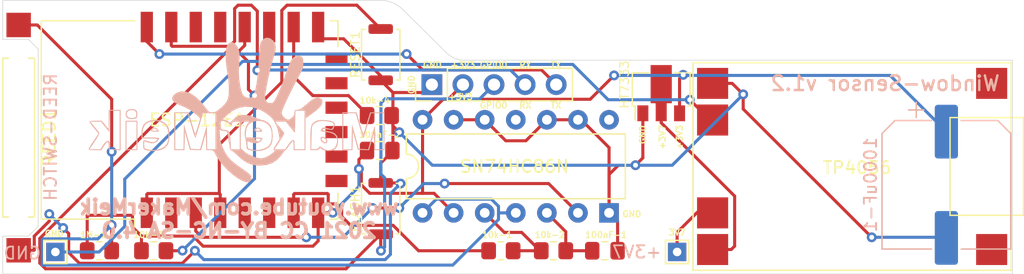
<source format=kicad_pcb>
(kicad_pcb (version 20171130) (host pcbnew "(5.1.7)-1")

  (general
    (thickness 1.6)
    (drawings 34)
    (tracks 263)
    (zones 0)
    (modules 19)
    (nets 27)
  )

  (page A4)
  (layers
    (0 F.Cu signal)
    (31 B.Cu signal)
    (32 B.Adhes user hide)
    (33 F.Adhes user hide)
    (34 B.Paste user)
    (35 F.Paste user)
    (36 B.SilkS user)
    (37 F.SilkS user)
    (38 B.Mask user)
    (39 F.Mask user)
    (40 Dwgs.User user hide)
    (41 Cmts.User user hide)
    (42 Eco1.User user hide)
    (43 Eco2.User user hide)
    (44 Edge.Cuts user)
    (45 Margin user hide)
    (46 B.CrtYd user hide)
    (47 F.CrtYd user hide)
    (48 B.Fab user hide)
    (49 F.Fab user hide)
  )

  (setup
    (last_trace_width 0.25)
    (trace_clearance 0.2)
    (zone_clearance 0.508)
    (zone_45_only no)
    (trace_min 0.2)
    (via_size 0.8)
    (via_drill 0.4)
    (via_min_size 0.4)
    (via_min_drill 0.3)
    (uvia_size 0.3)
    (uvia_drill 0.1)
    (uvias_allowed no)
    (uvia_min_size 0.2)
    (uvia_min_drill 0.1)
    (edge_width 0.05)
    (segment_width 0.2)
    (pcb_text_width 0.3)
    (pcb_text_size 1.5 1.5)
    (mod_edge_width 0.12)
    (mod_text_size 1 1)
    (mod_text_width 0.15)
    (pad_size 1.6 1.6)
    (pad_drill 0.8)
    (pad_to_mask_clearance 0)
    (aux_axis_origin 120 92)
    (grid_origin 149.1 108.8)
    (visible_elements 7FFFFFFF)
    (pcbplotparams
      (layerselection 0x010fc_ffffffff)
      (usegerberextensions false)
      (usegerberattributes true)
      (usegerberadvancedattributes true)
      (creategerberjobfile false)
      (excludeedgelayer false)
      (linewidth 0.100000)
      (plotframeref false)
      (viasonmask false)
      (mode 1)
      (useauxorigin true)
      (hpglpennumber 1)
      (hpglpenspeed 20)
      (hpglpendiameter 15.000000)
      (psnegative false)
      (psa4output false)
      (plotreference true)
      (plotvalue true)
      (plotinvisibletext false)
      (padsonsilk true)
      (subtractmaskfromsilk false)
      (outputformat 1)
      (mirror false)
      (drillshape 0)
      (scaleselection 1)
      (outputdirectory "Gerber/"))
  )

  (net 0 "")
  (net 1 +3V8)
  (net 2 GND)
  (net 3 EN)
  (net 4 GPIO13)
  (net 5 GND1)
  (net 6 "Net-(ESP-12E1-Pad22)")
  (net 7 "Net-(ESP-12E1-Pad21)")
  (net 8 "Net-(ESP-12E1-Pad20)")
  (net 9 "Net-(ESP-12E1-Pad19)")
  (net 10 "Net-(ESP-12E1-Pad14)")
  (net 11 "Net-(ESP-12E1-Pad13)")
  (net 12 "Net-(ESP-12E1-Pad12)")
  (net 13 "Net-(ESP-12E1-Pad11)")
  (net 14 "Net-(ESP-12E1-Pad10)")
  (net 15 "Net-(ESP-12E1-Pad9)")
  (net 16 "Net-(ESP-12E1-Pad6)")
  (net 17 "Net-(ESP-12E1-Pad5)")
  (net 18 "Net-(ESP-12E1-Pad1)")
  (net 19 "Net-(ESP-12E1-Pad2)")
  (net 20 "Net-(100nF-1-Pad1)")
  (net 21 "Net-(10k-1-Pad2)")
  (net 22 "Net-(10k-3-Pad1)")
  (net 23 "Net-(10k-4-Pad2)")
  (net 24 "Net-(1M-1-Pad2)")
  (net 25 +3V3)
  (net 26 "Net-(ESP-12E1-Pad17)")

  (net_class Default "This is the default net class."
    (clearance 0.2)
    (trace_width 0.25)
    (via_dia 0.8)
    (via_drill 0.4)
    (uvia_dia 0.3)
    (uvia_drill 0.1)
    (add_net +3V3)
    (add_net +3V8)
    (add_net EN)
    (add_net GND)
    (add_net GND1)
    (add_net GPIO13)
    (add_net "Net-(100nF-1-Pad1)")
    (add_net "Net-(10k-1-Pad2)")
    (add_net "Net-(10k-3-Pad1)")
    (add_net "Net-(10k-4-Pad2)")
    (add_net "Net-(1M-1-Pad2)")
    (add_net "Net-(ESP-12E1-Pad1)")
    (add_net "Net-(ESP-12E1-Pad10)")
    (add_net "Net-(ESP-12E1-Pad11)")
    (add_net "Net-(ESP-12E1-Pad12)")
    (add_net "Net-(ESP-12E1-Pad13)")
    (add_net "Net-(ESP-12E1-Pad14)")
    (add_net "Net-(ESP-12E1-Pad17)")
    (add_net "Net-(ESP-12E1-Pad19)")
    (add_net "Net-(ESP-12E1-Pad2)")
    (add_net "Net-(ESP-12E1-Pad20)")
    (add_net "Net-(ESP-12E1-Pad21)")
    (add_net "Net-(ESP-12E1-Pad22)")
    (add_net "Net-(ESP-12E1-Pad5)")
    (add_net "Net-(ESP-12E1-Pad6)")
    (add_net "Net-(ESP-12E1-Pad9)")
  )

  (module _sala:MakerMeik-logo (layer B.Cu) (tedit 0) (tstamp 615E2928)
    (at 132.1 101.8 180)
    (fp_text reference G*** (at 0 0) (layer B.SilkS) hide
      (effects (font (size 1.524 1.524) (thickness 0.3)) (justify mirror))
    )
    (fp_text value LOGO (at 0.75 0) (layer B.SilkS) hide
      (effects (font (size 1.524 1.524) (thickness 0.3)) (justify mirror))
    )
    (fp_poly (pts (xy -2.228075 5.745217) (xy -2.105501 5.630595) (xy -2.050771 5.563478) (xy -2.006861 5.495959)
      (xy -1.971342 5.411488) (xy -1.941786 5.293512) (xy -1.915767 5.125481) (xy -1.890856 4.890843)
      (xy -1.864626 4.573048) (xy -1.834649 4.155543) (xy -1.798497 3.621779) (xy -1.788111 3.466757)
      (xy -1.725733 2.721089) (xy -1.647011 2.108613) (xy -1.551116 1.626102) (xy -1.437223 1.27033)
      (xy -1.304504 1.038072) (xy -1.152134 0.926102) (xy -1.135894 0.921424) (xy -0.895224 0.920366)
      (xy -0.666157 1.015186) (xy -0.503939 1.181164) (xy -0.488593 1.211092) (xy -0.36451 1.574408)
      (xy -0.270498 2.034173) (xy -0.210699 2.552008) (xy -0.18926 3.089535) (xy -0.210324 3.608377)
      (xy -0.219556 3.702446) (xy -0.251521 4.259998) (xy -0.212585 4.70808) (xy -0.101093 5.055778)
      (xy 0.071233 5.299092) (xy 0.273703 5.452731) (xy 0.455922 5.475654) (xy 0.637701 5.36847)
      (xy 0.688608 5.318012) (xy 0.798527 5.116255) (xy 0.86598 4.801822) (xy 0.890372 4.392797)
      (xy 0.871105 3.907262) (xy 0.807582 3.363299) (xy 0.762091 3.091623) (xy 0.691758 2.63016)
      (xy 0.641583 2.145029) (xy 0.618567 1.707143) (xy 0.617838 1.630104) (xy 0.630718 1.216035)
      (xy 0.680544 0.899323) (xy 0.784091 0.641517) (xy 0.958135 0.404167) (xy 1.219451 0.148821)
      (xy 1.291971 0.084975) (xy 1.518823 -0.103018) (xy 1.686842 -0.212571) (xy 1.833376 -0.263222)
      (xy 1.979365 -0.274594) (xy 2.124281 -0.266787) (xy 2.234189 -0.22749) (xy 2.341257 -0.132888)
      (xy 2.477653 0.040834) (xy 2.560204 0.155417) (xy 2.950933 0.639432) (xy 3.350888 1.014894)
      (xy 3.750887 1.277345) (xy 4.141751 1.42233) (xy 4.514298 1.445394) (xy 4.85935 1.342079)
      (xy 4.92694 1.304226) (xy 5.158204 1.113485) (xy 5.256064 0.91372) (xy 5.222744 0.717255)
      (xy 5.06047 0.53641) (xy 4.771464 0.383509) (xy 4.759959 0.379144) (xy 4.145052 0.114185)
      (xy 3.641647 -0.17552) (xy 3.285337 -0.460344) (xy 2.966619 -0.769792) (xy 3.105093 -1.260166)
      (xy 3.183401 -1.527577) (xy 3.25741 -1.763658) (xy 3.311522 -1.918726) (xy 3.312899 -1.922162)
      (xy 3.337266 -1.98187) (xy 3.358978 -2.014502) (xy 3.383831 -2.005471) (xy 3.417621 -1.94019)
      (xy 3.466144 -1.804074) (xy 3.535197 -1.582534) (xy 3.630575 -1.260986) (xy 3.758074 -0.824842)
      (xy 3.783442 -0.737973) (xy 3.918787 -0.274594) (xy 5.08 -0.274594) (xy 5.08 -3.363783)
      (xy 4.260713 -3.363783) (xy 4.241302 -2.591486) (xy 4.221892 -1.819189) (xy 3.81 -3.329459)
      (xy 3.355802 -3.349548) (xy 2.901604 -3.369638) (xy 2.505676 -1.956486) (xy 2.486112 -2.660135)
      (xy 2.466548 -3.363783) (xy 2.177193 -3.364037) (xy 2.028229 -3.368741) (xy 1.926253 -3.399666)
      (xy 1.842084 -3.482512) (xy 1.74654 -3.64298) (xy 1.651046 -3.827416) (xy 1.411009 -4.216275)
      (xy 1.091454 -4.617466) (xy 0.718412 -5.007117) (xy 0.317918 -5.361359) (xy -0.083996 -5.656321)
      (xy -0.461297 -5.868131) (xy -0.65576 -5.942625) (xy -0.855284 -5.991561) (xy -0.985321 -5.984757)
      (xy -1.090973 -5.928703) (xy -1.210382 -5.772012) (xy -1.222151 -5.574775) (xy -1.125247 -5.382969)
      (xy -1.103783 -5.359999) (xy -0.992564 -5.26697) (xy -0.797648 -5.121117) (xy -0.549996 -4.945144)
      (xy -0.36581 -4.818876) (xy 0.094555 -4.489428) (xy 0.451498 -4.18382) (xy 0.728352 -3.873132)
      (xy 0.94845 -3.528442) (xy 1.135124 -3.120828) (xy 1.244747 -2.822552) (xy 1.285659 -2.664323)
      (xy 1.321379 -2.457128) (xy 1.349858 -2.228781) (xy 1.369047 -2.007098) (xy 1.376897 -1.819896)
      (xy 1.371359 -1.694988) (xy 1.350384 -1.660191) (xy 1.327508 -1.699054) (xy 1.241504 -1.759162)
      (xy 1.081559 -1.785853) (xy 1.075495 -1.785916) (xy 0.8808 -1.803985) (xy 0.770992 -1.876187)
      (xy 0.719277 -2.033082) (xy 0.70325 -2.210498) (xy 0.677632 -2.449032) (xy 0.634512 -2.659492)
      (xy 0.617439 -2.71267) (xy 0.568595 -2.912654) (xy 0.549189 -3.127982) (xy 0.525655 -3.300681)
      (xy 0.461004 -3.363783) (xy 0.460779 -3.363783) (xy 0.37503 -3.409143) (xy 0.220347 -3.530497)
      (xy 0.023872 -3.70576) (xy -0.071782 -3.797148) (xy -0.492289 -4.164557) (xy -0.892897 -4.416868)
      (xy -1.302436 -4.567342) (xy -1.749735 -4.62924) (xy -1.887838 -4.63251) (xy -2.454767 -4.577998)
      (xy -2.943606 -4.410961) (xy -3.356391 -4.130369) (xy -3.695156 -3.73519) (xy -3.713591 -3.707167)
      (xy -3.840886 -3.524191) (xy -3.944248 -3.399628) (xy -3.992482 -3.363783) (xy -4.056375 -3.310801)
      (xy -4.168725 -3.172177) (xy -4.299559 -2.986216) (xy -4.435538 -2.793879) (xy -4.547485 -2.65788)
      (xy -4.609179 -2.608648) (xy -4.641453 -2.67073) (xy -4.662858 -2.830872) (xy -4.668108 -2.986216)
      (xy -4.668108 -3.363783) (xy -5.629189 -3.363783) (xy -5.629189 -0.761731) (xy -5.95527 -0.540023)
      (xy -6.376593 -0.237179) (xy -6.494653 -0.137297) (xy -5.560541 -0.137297) (xy -5.560541 -3.295135)
      (xy -4.736757 -3.295135) (xy -4.736757 -2.917567) (xy -4.730169 -2.698043) (xy -4.703255 -2.583731)
      (xy -4.645286 -2.542885) (xy -4.609179 -2.54) (xy -4.494522 -2.599176) (xy -4.341268 -2.764098)
      (xy -4.23091 -2.917567) (xy -3.980219 -3.295135) (xy -3.085648 -3.295135) (xy -3.50463 -2.672019)
      (xy -3.634452 -2.470317) (xy -3.521206 -2.470317) (xy -3.270873 -2.847345) (xy -3.112935 -3.098181)
      (xy -3.036319 -3.257625) (xy -3.035985 -3.341022) (xy -3.101156 -3.363783) (xy -3.1338 -3.397146)
      (xy -3.074762 -3.483111) (xy -2.948146 -3.600499) (xy -2.778057 -3.728128) (xy -2.588597 -3.844816)
      (xy -2.505676 -3.887063) (xy -2.271971 -3.98761) (xy -2.080163 -4.035174) (xy -1.883636 -4.030886)
      (xy -1.635771 -3.97588) (xy -1.424591 -3.913322) (xy -0.937855 -3.697407) (xy -0.662224 -3.495596)
      (xy -0.343243 -3.214818) (xy -0.343243 -2.193337) (xy -0.345349 -1.76908) (xy -0.356935 -1.462882)
      (xy -0.385901 -1.255513) (xy -0.440148 -1.127743) (xy -0.527576 -1.060344) (xy -0.656086 -1.034084)
      (xy -0.821326 -1.029729) (xy -0.274595 -1.029729) (xy -0.274595 -3.295135) (xy 0.467675 -3.295135)
      (xy 0.49127 -2.60302) (xy 0.512073 -2.236343) (xy 0.553142 -1.985615) (xy 0.626612 -1.829726)
      (xy 0.744623 -1.747568) (xy 0.919311 -1.718033) (xy 1.001182 -1.716216) (xy 1.162281 -1.69337)
      (xy 1.255419 -1.607256) (xy 1.297034 -1.43151) (xy 1.304324 -1.230061) (xy 1.295672 -1.056294)
      (xy 1.249698 -0.979954) (xy 1.136375 -0.961362) (xy 1.100767 -0.961081) (xy 0.876872 -1.021483)
      (xy 0.657085 -1.171913) (xy 0.41696 -1.382745) (xy 0.37266 -1.206237) (xy 0.327915 -1.094987)
      (xy 0.239427 -1.043555) (xy 0.06399 -1.029886) (xy 0.026882 -1.029729) (xy -0.274595 -1.029729)
      (xy -0.821326 -1.029729) (xy -1.03384 -1.029729) (xy -0.882307 -1.234689) (xy -0.749377 -1.506563)
      (xy -0.678647 -1.846729) (xy -0.677506 -2.197594) (xy -0.728082 -2.437027) (xy -0.791307 -2.695942)
      (xy -0.822211 -2.966627) (xy -0.822785 -2.996662) (xy -0.834828 -3.183771) (xy -0.889426 -3.284412)
      (xy -1.016879 -3.348866) (xy -1.039974 -3.357068) (xy -1.349154 -3.419228) (xy -1.719061 -3.427993)
      (xy -2.086019 -3.386179) (xy -2.384122 -3.297618) (xy -2.642597 -3.141853) (xy -2.814869 -2.935755)
      (xy -2.913355 -2.65479) (xy -2.950473 -2.274422) (xy -2.951635 -2.176185) (xy -2.93925 -2.023632)
      (xy -2.887925 -2.023632) (xy -2.883267 -2.375272) (xy -2.821178 -2.695032) (xy -2.744271 -2.870072)
      (xy -2.536281 -3.089737) (xy -2.235586 -3.251313) (xy -1.877738 -3.345705) (xy -1.498289 -3.363821)
      (xy -1.132792 -3.296568) (xy -1.108622 -3.288419) (xy -0.971543 -3.226582) (xy -0.909159 -3.136619)
      (xy -0.892733 -2.969419) (xy -0.892432 -2.918941) (xy -0.892432 -2.624827) (xy -1.149865 -2.716697)
      (xy -1.477267 -2.800916) (xy -1.730495 -2.786496) (xy -1.932942 -2.671398) (xy -1.959607 -2.646093)
      (xy -2.073561 -2.513121) (xy -2.098904 -2.465948) (xy -1.983424 -2.465948) (xy -1.944143 -2.556353)
      (xy -1.908432 -2.594919) (xy -1.814736 -2.665074) (xy -1.720519 -2.652608) (xy -1.578953 -2.550249)
      (xy -1.569362 -2.542283) (xy -1.407297 -2.40727) (xy -1.699054 -2.404986) (xy -1.904427 -2.417941)
      (xy -1.983424 -2.465948) (xy -2.098904 -2.465948) (xy -2.127454 -2.412808) (xy -2.128108 -2.405823)
      (xy -2.061722 -2.370479) (xy -1.870889 -2.346394) (xy -1.568099 -2.334876) (xy -1.441622 -2.334054)
      (xy -0.755135 -2.334054) (xy -0.755135 -1.966638) (xy -0.80819 -1.585229) (xy -0.965484 -1.292437)
      (xy -1.224209 -1.090906) (xy -1.581558 -0.983276) (xy -1.819189 -0.965062) (xy -2.181656 -1.023611)
      (xy -2.503262 -1.196132) (xy -2.727415 -1.434611) (xy -2.835769 -1.692587) (xy -2.887925 -2.023632)
      (xy -2.93925 -2.023632) (xy -2.914415 -1.717734) (xy -2.798979 -1.367749) (xy -2.600407 -1.118601)
      (xy -2.313777 -0.962659) (xy -2.140192 -0.918055) (xy -1.932667 -0.858736) (xy -1.680028 -0.75937)
      (xy -1.54648 -0.696535) (xy -1.227334 -0.576153) (xy -0.865827 -0.503789) (xy -0.511165 -0.484588)
      (xy -0.212549 -0.523697) (xy -0.137345 -0.549169) (xy 0.03165 -0.651728) (xy 0.223727 -0.81366)
      (xy 0.303711 -0.895707) (xy 0.449485 -1.045736) (xy 0.540573 -1.10127) (xy 0.605558 -1.076975)
      (xy 0.622005 -1.059033) (xy 0.744695 -0.971971) (xy 0.916197 -0.905482) (xy 1.128641 -0.850433)
      (xy 0.810598 -0.532389) (xy 0.578454 -0.343243) (xy 1.716216 -0.343243) (xy 1.716216 -3.295135)
      (xy 2.402703 -3.295135) (xy 2.410666 -2.282567) (xy 2.415338 -1.940818) (xy 2.422965 -1.666544)
      (xy 2.432669 -1.47953) (xy 2.443572 -1.399561) (xy 2.449526 -1.407297) (xy 2.479073 -1.522862)
      (xy 2.53784 -1.740986) (xy 2.617759 -2.032091) (xy 2.710765 -2.366599) (xy 2.726547 -2.42298)
      (xy 2.972673 -3.301366) (xy 3.741349 -3.26081) (xy 4.290541 -1.27) (xy 4.309538 -2.282567)
      (xy 4.328535 -3.295135) (xy 5.011351 -3.295135) (xy 5.011351 -0.343243) (xy 3.987435 -0.343243)
      (xy 3.851452 -0.806621) (xy 3.76436 -1.104517) (xy 3.660011 -1.463058) (xy 3.559147 -1.810958)
      (xy 3.546844 -1.853513) (xy 3.46942 -2.098296) (xy 3.402199 -2.268869) (xy 3.355109 -2.341942)
      (xy 3.342005 -2.334054) (xy 3.308481 -2.23228) (xy 3.253271 -2.054648) (xy 3.172099 -1.78707)
      (xy 3.060691 -1.415457) (xy 2.920183 -0.943919) (xy 2.741533 -0.343243) (xy 1.716216 -0.343243)
      (xy 0.578454 -0.343243) (xy 0.352888 -0.159457) (xy -0.139124 0.08123) (xy -0.66015 0.188891)
      (xy -1.204902 0.162746) (xy -1.768093 0.002013) (xy -2.025115 -0.11392) (xy -2.368366 -0.313858)
      (xy -2.678332 -0.545271) (xy -2.922992 -0.781268) (xy -3.067848 -0.989596) (xy -3.173761 -1.205998)
      (xy -3.27099 -1.393676) (xy -3.337576 -1.564603) (xy -3.40461 -1.811937) (xy -3.447938 -2.028159)
      (xy -3.521206 -2.470317) (xy -3.634452 -2.470317) (xy -3.671873 -2.412178) (xy -3.801346 -2.189522)
      (xy -3.878381 -2.030728) (xy -3.892212 -1.967078) (xy -3.835612 -1.878617) (xy -3.713409 -1.716841)
      (xy -3.549261 -1.512756) (xy -3.503384 -1.457491) (xy -3.145955 -1.029729) (xy -4.026297 -1.029729)
      (xy -4.398689 -1.488936) (xy -4.771081 -1.948142) (xy -4.777439 -1.647567) (xy -4.736757 -1.647567)
      (xy -4.711639 -1.704073) (xy -4.690991 -1.693333) (xy -4.682775 -1.611863) (xy -4.690991 -1.601801)
      (xy -4.731803 -1.611225) (xy -4.736757 -1.647567) (xy -4.777439 -1.647567) (xy -4.790236 -1.04272)
      (xy -4.809391 -0.137297) (xy -5.560541 -0.137297) (xy -6.494653 -0.137297) (xy -6.682497 0.021623)
      (xy -6.883828 0.24627) (xy -6.964302 0.379814) (xy -7.030599 0.618849) (xy -6.975458 0.795914)
      (xy -6.80046 0.907275) (xy -6.733149 0.925531) (xy -6.574514 0.937402) (xy -6.406964 0.894303)
      (xy -6.208858 0.784513) (xy -5.958552 0.596311) (xy -5.670492 0.34996) (xy -5.420717 0.138615)
      (xy -5.236697 0.00982) (xy -5.089719 -0.053508) (xy -4.966843 -0.068648) (xy -4.811201 -0.080487)
      (xy -4.748417 -0.144318) (xy -4.736757 -0.302615) (xy -4.736757 -0.302816) (xy -4.700604 -0.504816)
      (xy -4.571543 -0.67412) (xy -4.525544 -0.714708) (xy -4.337667 -0.84907) (xy -4.186909 -0.878041)
      (xy -4.027199 -0.800326) (xy -3.902615 -0.697229) (xy -3.732893 -0.493736) (xy -3.684144 -0.300928)
      (xy -3.714748 -0.178713) (xy -3.800257 0.044869) (xy -3.931214 0.349909) (xy -4.098165 0.716495)
      (xy -4.291653 1.124718) (xy -4.502224 1.554668) (xy -4.720422 1.986433) (xy -4.936791 2.400105)
      (xy -5.141876 2.775771) (xy -5.163722 2.814595) (xy -5.31174 3.089581) (xy -5.399652 3.298383)
      (xy -5.442585 3.489671) (xy -5.455666 3.712109) (xy -5.456003 3.754913) (xy -5.441787 4.046915)
      (xy -5.385389 4.227837) (xy -5.270102 4.321512) (xy -5.079222 4.351772) (xy -5.037255 4.352325)
      (xy -4.855309 4.328498) (xy -4.69496 4.247763) (xy -4.546894 4.096243) (xy -4.401797 3.860058)
      (xy -4.250355 3.52533) (xy -4.083253 3.078179) (xy -3.981015 2.77845) (xy -3.833362 2.355075)
      (xy -3.671239 1.92268) (xy -3.510697 1.522107) (xy -3.367787 1.194193) (xy -3.315506 1.085203)
      (xy -3.174359 0.808147) (xy -3.072973 0.631911) (xy -2.991255 0.533751) (xy -2.909111 0.490922)
      (xy -2.806447 0.48068) (xy -2.781309 0.480541) (xy -2.535263 0.530887) (xy -2.384774 0.679165)
      (xy -2.334054 0.919655) (xy -2.352784 1.187453) (xy -2.405103 1.559543) (xy -2.485203 2.008695)
      (xy -2.587277 2.507676) (xy -2.705518 3.029255) (xy -2.834118 3.5462) (xy -2.967271 4.031281)
      (xy -3.068514 4.363669) (xy -3.177296 4.775033) (xy -3.204288 5.099163) (xy -3.147239 5.360735)
      (xy -3.003898 5.584426) (xy -2.952124 5.639519) (xy -2.711797 5.803744) (xy -2.463129 5.838899)
      (xy -2.228075 5.745217)) (layer B.SilkS) (width 0.01))
    (fp_poly (pts (xy -6.692734 -0.923409) (xy -6.521044 -0.975742) (xy -6.453928 -1.007902) (xy -6.303137 -1.100016)
      (xy -6.194007 -1.210107) (xy -6.11996 -1.360723) (xy -6.074419 -1.574412) (xy -6.050809 -1.87372)
      (xy -6.042552 -2.281197) (xy -6.042093 -2.419864) (xy -6.041081 -3.363783) (xy -6.386479 -3.363783)
      (xy -6.625898 -3.347168) (xy -6.749809 -3.294113) (xy -6.771157 -3.261421) (xy -6.815244 -3.20363)
      (xy -6.896818 -3.231542) (xy -6.984206 -3.295745) (xy -7.188676 -3.388549) (xy -7.46453 -3.428761)
      (xy -7.754808 -3.412557) (xy -7.949131 -3.360516) (xy -8.114588 -3.226621) (xy -8.231532 -3.001907)
      (xy -8.290805 -2.727091) (xy -8.28521 -2.516699) (xy -8.225334 -2.516699) (xy -8.214483 -2.760457)
      (xy -8.137915 -2.989505) (xy -7.981041 -3.204718) (xy -7.748509 -3.333369) (xy -7.476088 -3.369113)
      (xy -7.199545 -3.305604) (xy -7.011347 -3.189355) (xy -6.876056 -3.081053) (xy -6.803781 -3.056757)
      (xy -6.753038 -3.111424) (xy -6.72907 -3.155031) (xy -6.633617 -3.253889) (xy -6.463122 -3.29266)
      (xy -6.37672 -3.295135) (xy -6.099352 -3.295135) (xy -6.121703 -2.327944) (xy -6.131331 -1.945835)
      (xy -6.142656 -1.676281) (xy -6.160303 -1.49457) (xy -6.188897 -1.37599) (xy -6.233061 -1.295829)
      (xy -6.297421 -1.229376) (xy -6.333109 -1.198301) (xy -6.537066 -1.070448) (xy -6.76249 -0.990764)
      (xy -6.763026 -0.990663) (xy -7.004581 -0.971191) (xy -7.289206 -0.984831) (xy -7.566404 -1.025312)
      (xy -7.785682 -1.086365) (xy -7.864735 -1.127478) (xy -7.942401 -1.205716) (xy -7.944319 -1.305859)
      (xy -7.898408 -1.432416) (xy -7.839147 -1.56298) (xy -7.774767 -1.626738) (xy -7.667748 -1.633036)
      (xy -7.480571 -1.591218) (xy -7.374298 -1.562964) (xy -7.177535 -1.516914) (xy -7.065148 -1.518378)
      (xy -6.990859 -1.572674) (xy -6.961421 -1.610409) (xy -6.887775 -1.726538) (xy -6.890872 -1.796775)
      (xy -6.989607 -1.837635) (xy -7.202877 -1.865634) (xy -7.259595 -1.871019) (xy -7.647533 -1.933665)
      (xy -7.921711 -2.04354) (xy -8.100003 -2.208854) (xy -8.140013 -2.275361) (xy -8.225334 -2.516699)
      (xy -8.28521 -2.516699) (xy -8.283247 -2.442889) (xy -8.208662 -2.206712) (xy -8.051519 -2.017802)
      (xy -7.798331 -1.88846) (xy -7.433291 -1.811163) (xy -7.360132 -1.802777) (xy -7.143171 -1.766787)
      (xy -7.032472 -1.717989) (xy -7.023837 -1.689198) (xy -7.058911 -1.64473) (xy -7.14188 -1.628584)
      (xy -7.300917 -1.640518) (xy -7.564197 -1.680288) (xy -7.588572 -1.684326) (xy -7.770702 -1.705067)
      (xy -7.870014 -1.674603) (xy -7.93718 -1.573834) (xy -7.948978 -1.54849) (xy -8.025374 -1.323885)
      (xy -8.012668 -1.158537) (xy -7.899856 -1.042932) (xy -7.675938 -0.967552) (xy -7.329911 -0.922883)
      (xy -7.216535 -0.915001) (xy -6.909518 -0.904995) (xy -6.692734 -0.923409)) (layer B.SilkS) (width 0.01))
    (fp_poly (pts (xy 7.0541 -0.941309) (xy 7.376095 -1.069117) (xy 7.596577 -1.285502) (xy 7.721539 -1.596129)
      (xy 7.757297 -1.966638) (xy 7.757297 -2.402702) (xy 7.105135 -2.402702) (xy 6.76801 -2.409445)
      (xy 6.559142 -2.432593) (xy 6.470018 -2.476524) (xy 6.492127 -2.545618) (xy 6.616956 -2.644251)
      (xy 6.625095 -2.649613) (xy 6.718924 -2.702675) (xy 6.815638 -2.72519) (xy 6.946506 -2.71424)
      (xy 7.142798 -2.666907) (xy 7.43578 -2.580273) (xy 7.465541 -2.571188) (xy 7.55364 -2.553337)
      (xy 7.599703 -2.588661) (xy 7.617295 -2.706292) (xy 7.62 -2.902845) (xy 7.614981 -3.12183)
      (xy 7.586959 -3.244426) (xy 7.516484 -3.311495) (xy 7.40381 -3.357068) (xy 7.09463 -3.419228)
      (xy 6.724723 -3.427993) (xy 6.357765 -3.386179) (xy 6.059661 -3.297618) (xy 5.805325 -3.145865)
      (xy 5.634638 -2.946628) (xy 5.535223 -2.674998) (xy 5.494706 -2.30607) (xy 5.492148 -2.155422)
      (xy 5.494999 -2.023632) (xy 5.555859 -2.023632) (xy 5.560517 -2.375272) (xy 5.622605 -2.695032)
      (xy 5.699513 -2.870072) (xy 5.907503 -3.089737) (xy 6.208198 -3.251313) (xy 6.566046 -3.345705)
      (xy 6.945494 -3.363821) (xy 7.310992 -3.296568) (xy 7.335161 -3.288419) (xy 7.472241 -3.226582)
      (xy 7.534625 -3.136619) (xy 7.551051 -2.969419) (xy 7.551351 -2.918941) (xy 7.551351 -2.624827)
      (xy 7.293919 -2.716697) (xy 6.966517 -2.800916) (xy 6.713289 -2.786496) (xy 6.510842 -2.671398)
      (xy 6.484177 -2.646093) (xy 6.370223 -2.513121) (xy 6.31633 -2.412808) (xy 6.315676 -2.405823)
      (xy 6.382062 -2.370479) (xy 6.572895 -2.346394) (xy 6.875685 -2.334876) (xy 7.002162 -2.334054)
      (xy 7.688649 -2.334054) (xy 7.688649 -1.966638) (xy 7.635594 -1.585229) (xy 7.4783 -1.292437)
      (xy 7.219575 -1.090906) (xy 6.862225 -0.983276) (xy 6.624595 -0.965062) (xy 6.262128 -1.023611)
      (xy 5.940522 -1.196132) (xy 5.716368 -1.434611) (xy 5.608015 -1.692587) (xy 5.555859 -2.023632)
      (xy 5.494999 -2.023632) (xy 5.498701 -1.852604) (xy 5.524301 -1.643999) (xy 5.577358 -1.486933)
      (xy 5.64772 -1.365962) (xy 5.902875 -1.102624) (xy 6.240306 -0.944036) (xy 6.624595 -0.896413)
      (xy 7.0541 -0.941309)) (layer B.SilkS) (width 0.01))
    (fp_poly (pts (xy -10.821818 -0.600675) (xy -10.749179 -0.83488) (xy -10.658795 -1.13625) (xy -10.570153 -1.439798)
      (xy -10.569629 -1.441621) (xy -10.493234 -1.692875) (xy -10.424892 -1.891697) (xy -10.377292 -2.001718)
      (xy -10.371338 -2.009909) (xy -10.329581 -1.977561) (xy -10.268744 -1.84133) (xy -10.202478 -1.632341)
      (xy -10.115945 -1.322827) (xy -10.015794 -0.972389) (xy -9.947508 -0.737973) (xy -9.810943 -0.274594)
      (xy -8.64973 -0.274594) (xy -8.64973 -3.363783) (xy -9.469017 -3.363783) (xy -9.488427 -2.591486)
      (xy -9.507838 -1.819189) (xy -9.91973 -3.329459) (xy -10.373928 -3.349548) (xy -10.828126 -3.369638)
      (xy -11.224054 -1.956486) (xy -11.243618 -2.660135) (xy -11.263182 -3.363783) (xy -12.082162 -3.363783)
      (xy -12.082162 -0.343243) (xy -12.013514 -0.343243) (xy -12.013514 -3.295135) (xy -11.327027 -3.295135)
      (xy -11.319064 -2.282567) (xy -11.314392 -1.940818) (xy -11.306765 -1.666544) (xy -11.297061 -1.47953)
      (xy -11.286158 -1.399561) (xy -11.280204 -1.407297) (xy -11.250657 -1.522862) (xy -11.19189 -1.740986)
      (xy -11.11197 -2.032091) (xy -11.018965 -2.366599) (xy -11.003182 -2.42298) (xy -10.757057 -3.301366)
      (xy -9.988381 -3.26081) (xy -9.439189 -1.27) (xy -9.420192 -2.282567) (xy -9.401195 -3.295135)
      (xy -8.718378 -3.295135) (xy -8.718378 -0.343243) (xy -9.742294 -0.343243) (xy -9.878278 -0.806621)
      (xy -9.96537 -1.104517) (xy -10.069719 -1.463058) (xy -10.170583 -1.810958) (xy -10.182886 -1.853513)
      (xy -10.26031 -2.098296) (xy -10.327531 -2.268869) (xy -10.37462 -2.341942) (xy -10.387725 -2.334054)
      (xy -10.421249 -2.23228) (xy -10.476459 -2.054648) (xy -10.557631 -1.78707) (xy -10.669039 -1.415457)
      (xy -10.809547 -0.943919) (xy -10.988197 -0.343243) (xy -12.013514 -0.343243) (xy -12.082162 -0.343243)
      (xy -12.082162 -0.274594) (xy -10.926169 -0.274594) (xy -10.821818 -0.600675)) (layer B.SilkS) (width 0.01))
    (fp_poly (pts (xy 9.061622 -3.363783) (xy 8.100541 -3.363783) (xy 8.100541 -1.029729) (xy 8.169189 -1.029729)
      (xy 8.169189 -3.295135) (xy 8.992973 -3.295135) (xy 8.992973 -1.029729) (xy 8.169189 -1.029729)
      (xy 8.100541 -1.029729) (xy 8.100541 -0.961081) (xy 9.061622 -0.961081) (xy 9.061622 -3.363783)) (layer B.SilkS) (width 0.01))
    (fp_poly (pts (xy 10.434595 -1.66605) (xy 10.721328 -1.313566) (xy 11.008061 -0.961081) (xy 11.510787 -0.961081)
      (xy 11.793511 -0.970912) (xy 11.965177 -0.99904) (xy 12.013513 -1.035993) (xy 11.97216 -1.119995)
      (xy 11.861966 -1.278754) (xy 11.703732 -1.483034) (xy 11.640512 -1.560282) (xy 11.267511 -2.009659)
      (xy 11.674837 -2.615439) (xy 11.842473 -2.871105) (xy 11.976614 -3.08778) (xy 12.061102 -3.238605)
      (xy 12.082162 -3.292501) (xy 12.017389 -3.330132) (xy 11.837874 -3.354918) (xy 11.567825 -3.363783)
      (xy 11.053488 -3.363783) (xy 10.829852 -3.021774) (xy 10.665492 -2.794586) (xy 10.549036 -2.694081)
      (xy 10.475489 -2.720243) (xy 10.439857 -2.873057) (xy 10.434595 -3.02054) (xy 10.434595 -3.363783)
      (xy 9.473513 -3.363783) (xy 9.473513 -0.137297) (xy 9.542162 -0.137297) (xy 9.542162 -3.295135)
      (xy 10.365946 -3.295135) (xy 10.365946 -2.951891) (xy 10.372174 -2.74757) (xy 10.401258 -2.645807)
      (xy 10.4688 -2.612059) (xy 10.520405 -2.609882) (xy 10.653023 -2.660072) (xy 10.804054 -2.81828)
      (xy 10.898501 -2.953125) (xy 11.122136 -3.295135) (xy 12.017055 -3.295135) (xy 11.598073 -2.672019)
      (xy 11.430829 -2.412178) (xy 11.301357 -2.189522) (xy 11.224321 -2.030728) (xy 11.21049 -1.967078)
      (xy 11.267091 -1.878617) (xy 11.389294 -1.716841) (xy 11.553442 -1.512756) (xy 11.599319 -1.457491)
      (xy 11.956748 -1.029729) (xy 11.07388 -1.029729) (xy 10.40027 -1.870053) (xy 10.361844 -0.137297)
      (xy 9.542162 -0.137297) (xy 9.473513 -0.137297) (xy 9.473513 -0.068648) (xy 10.434595 -0.068648)
      (xy 10.434595 -1.66605)) (layer B.SilkS) (width 0.01))
    (fp_poly (pts (xy 8.856226 -0.049655) (xy 9.011029 -0.193276) (xy 9.061622 -0.411891) (xy 9.024993 -0.595486)
      (xy 8.953745 -0.715907) (xy 8.810636 -0.787045) (xy 8.599961 -0.820278) (xy 8.381405 -0.813633)
      (xy 8.21465 -0.765134) (xy 8.182919 -0.741405) (xy 8.128477 -0.622071) (xy 8.102053 -0.440752)
      (xy 8.169276 -0.440752) (xy 8.209802 -0.615146) (xy 8.251568 -0.672756) (xy 8.399105 -0.739964)
      (xy 8.603279 -0.74934) (xy 8.797485 -0.703566) (xy 8.885096 -0.647258) (xy 8.987134 -0.477343)
      (xy 8.976615 -0.314166) (xy 8.877547 -0.178625) (xy 8.713937 -0.091616) (xy 8.509795 -0.074035)
      (xy 8.301973 -0.139712) (xy 8.202024 -0.26087) (xy 8.169276 -0.440752) (xy 8.102053 -0.440752)
      (xy 8.101255 -0.435277) (xy 8.100541 -0.400577) (xy 8.136533 -0.186869) (xy 8.256372 -0.059652)
      (xy 8.477845 -0.004829) (xy 8.605989 0) (xy 8.856226 -0.049655)) (layer B.SilkS) (width 0.01))
    (fp_poly (pts (xy -1.540816 -1.582054) (xy -1.438028 -1.705788) (xy -1.465583 -1.794152) (xy -1.620291 -1.843717)
      (xy -1.793238 -1.853513) (xy -1.997543 -1.850739) (xy -2.08933 -1.832194) (xy -2.09338 -1.782541)
      (xy -2.073001 -1.748901) (xy -1.959249 -1.748901) (xy -1.904815 -1.778524) (xy -1.750541 -1.784864)
      (xy -1.589404 -1.777444) (xy -1.541716 -1.745793) (xy -1.578919 -1.681891) (xy -1.691357 -1.594881)
      (xy -1.750541 -1.578919) (xy -1.863244 -1.626993) (xy -1.922162 -1.681891) (xy -1.959249 -1.748901)
      (xy -2.073001 -1.748901) (xy -2.042803 -1.699054) (xy -1.88923 -1.56142) (xy -1.70287 -1.520163)
      (xy -1.540816 -1.582054)) (layer B.SilkS) (width 0.01))
    (fp_poly (pts (xy -6.90622 -2.294248) (xy -6.865372 -2.405071) (xy -6.864865 -2.426387) (xy -6.913208 -2.595252)
      (xy -7.032104 -2.731566) (xy -7.18235 -2.808664) (xy -7.324743 -2.799879) (xy -7.368288 -2.768828)
      (xy -7.423505 -2.630538) (xy -7.407648 -2.563747) (xy -7.337076 -2.563747) (xy -7.322351 -2.638358)
      (xy -7.259591 -2.732642) (xy -7.166516 -2.717008) (xy -7.059054 -2.632333) (xy -6.951088 -2.497686)
      (xy -6.938573 -2.396864) (xy -7.018289 -2.358926) (xy -7.087973 -2.371468) (xy -7.274989 -2.455556)
      (xy -7.337076 -2.563747) (xy -7.407648 -2.563747) (xy -7.385549 -2.470667) (xy -7.272146 -2.34858)
      (xy -7.237963 -2.332355) (xy -7.024678 -2.271455) (xy -6.90622 -2.294248)) (layer B.SilkS) (width 0.01))
    (fp_poly (pts (xy 6.902968 -1.582054) (xy 7.005755 -1.705788) (xy 6.978201 -1.794152) (xy 6.823493 -1.843717)
      (xy 6.650546 -1.853513) (xy 6.446241 -1.850739) (xy 6.354454 -1.832194) (xy 6.350403 -1.782541)
      (xy 6.370782 -1.748901) (xy 6.484535 -1.748901) (xy 6.538969 -1.778524) (xy 6.693243 -1.784864)
      (xy 6.85438 -1.777444) (xy 6.902068 -1.745793) (xy 6.864865 -1.681891) (xy 6.752427 -1.594881)
      (xy 6.693243 -1.578919) (xy 6.58054 -1.626993) (xy 6.521622 -1.681891) (xy 6.484535 -1.748901)
      (xy 6.370782 -1.748901) (xy 6.40098 -1.699054) (xy 6.554554 -1.56142) (xy 6.740914 -1.520163)
      (xy 6.902968 -1.582054)) (layer B.SilkS) (width 0.01))
  )

  (module Package_DIP:DIP-14_W7.62mm (layer F.Cu) (tedit 5FD64C78) (tstamp 5F944A62)
    (at 147.3 110.3 90)
    (descr "14-lead though-hole mounted DIP package, row spacing 7.62 mm (300 mils)")
    (tags "THT DIP DIL PDIP 2.54mm 7.62mm 300mil")
    (path /5F931B0E)
    (fp_text reference U3 (at 3.735 7.6 180) (layer F.SilkS) hide
      (effects (font (size 1 1) (thickness 0.15)))
    )
    (fp_text value 74HC86 (at 3.81 17.57 90) (layer F.Fab)
      (effects (font (size 1 1) (thickness 0.15)))
    )
    (fp_line (start 1.635 -1.27) (end 6.985 -1.27) (layer F.Fab) (width 0.1))
    (fp_line (start 6.985 -1.27) (end 6.985 16.51) (layer F.Fab) (width 0.1))
    (fp_line (start 6.985 16.51) (end 0.635 16.51) (layer F.Fab) (width 0.1))
    (fp_line (start 0.635 16.51) (end 0.635 -0.27) (layer F.Fab) (width 0.1))
    (fp_line (start 0.635 -0.27) (end 1.635 -1.27) (layer F.Fab) (width 0.1))
    (fp_line (start 2.81 -1.33) (end 1.16 -1.33) (layer F.SilkS) (width 0.12))
    (fp_line (start 1.16 -1.33) (end 1.16 16.57) (layer F.SilkS) (width 0.12))
    (fp_line (start 1.16 16.57) (end 6.46 16.57) (layer F.SilkS) (width 0.12))
    (fp_line (start 6.46 16.57) (end 6.46 -1.33) (layer F.SilkS) (width 0.12))
    (fp_line (start 6.46 -1.33) (end 4.81 -1.33) (layer F.SilkS) (width 0.12))
    (fp_line (start -1.1 -1.55) (end -1.1 16.8) (layer F.CrtYd) (width 0.05))
    (fp_line (start -1.1 16.8) (end 8.7 16.8) (layer F.CrtYd) (width 0.05))
    (fp_line (start 8.7 16.8) (end 8.7 -1.55) (layer F.CrtYd) (width 0.05))
    (fp_line (start 8.7 -1.55) (end -1.1 -1.55) (layer F.CrtYd) (width 0.05))
    (fp_text user %R (at 3.81 7.62 180) (layer F.Fab)
      (effects (font (size 1 1) (thickness 0.15)))
    )
    (fp_arc (start 3.81 -1.33) (end 2.81 -1.33) (angle -180) (layer F.SilkS) (width 0.12))
    (pad 14 thru_hole oval (at 7.62 0 90) (size 1.6 1.6) (drill 0.8) (layers *.Cu *.Mask))
    (pad 7 thru_hole rect (at 0 15.24 90) (size 1.6 1.6) (drill 0.8) (layers *.Cu *.Mask))
    (pad 13 thru_hole oval (at 7.62 2.54 90) (size 1.6 1.6) (drill 0.8) (layers *.Cu *.Mask))
    (pad 6 thru_hole oval (at 0 12.7 90) (size 1.6 1.6) (drill 0.8) (layers *.Cu *.Mask)
      (net 3 EN))
    (pad 12 thru_hole oval (at 7.62 5.08 90) (size 1.6 1.6) (drill 0.8) (layers *.Cu *.Mask))
    (pad 5 thru_hole oval (at 0 10.16 90) (size 1.6 1.6) (drill 0.8) (layers *.Cu *.Mask)
      (net 20 "Net-(100nF-1-Pad1)"))
    (pad 11 thru_hole oval (at 7.62 7.62 90) (size 1.6 1.6) (drill 0.8) (layers *.Cu *.Mask))
    (pad 4 thru_hole oval (at 0 7.62 90) (size 1.6 1.6) (drill 0.8) (layers *.Cu *.Mask)
      (net 24 "Net-(1M-1-Pad2)"))
    (pad 10 thru_hole oval (at 7.62 10.16 90) (size 1.6 1.6) (drill 0.8) (layers *.Cu *.Mask))
    (pad 3 thru_hole oval (at 0 5.08 90) (size 1.6 1.6) (drill 0.8) (layers *.Cu *.Mask)
      (net 21 "Net-(10k-1-Pad2)"))
    (pad 9 thru_hole oval (at 7.62 12.7 90) (size 1.6 1.6) (drill 0.8) (layers *.Cu *.Mask))
    (pad 2 thru_hole oval (at 0 2.54 90) (size 1.6 1.6) (drill 0.8) (layers *.Cu *.Mask)
      (net 25 +3V3))
    (pad 8 thru_hole oval (at 7.62 15.24 90) (size 1.6 1.6) (drill 0.8) (layers *.Cu *.Mask))
    (pad 1 thru_hole oval (at 0 0 90) (size 1.6 1.6) (drill 0.8) (layers *.Cu *.Mask)
      (net 24 "Net-(1M-1-Pad2)"))
    (model ${KISYS3DMOD}/Package_DIP.3dshapes/DIP-14_W7.62mm.wrl
      (at (xyz 0 0 0))
      (scale (xyz 1 1 1))
      (rotate (xyz 0 0 0))
    )
  )

  (module Connector_PinHeader_2.54mm:PinHeader_1x05_P2.54mm_Vertical (layer F.Cu) (tedit 59FED5CC) (tstamp 5F94414E)
    (at 148.06 99.8 90)
    (descr "Through hole straight pin header, 1x05, 2.54mm pitch, single row")
    (tags "Through hole pin header THT 1x05 2.54mm single row")
    (path /5F93B9F5)
    (fp_text reference J1 (at 0 -2.33 90) (layer F.SilkS) hide
      (effects (font (size 1 1) (thickness 0.15)))
    )
    (fp_text value Conn_01x05_Male (at 0 12.49 90) (layer F.Fab)
      (effects (font (size 1 1) (thickness 0.15)))
    )
    (fp_line (start 1.8 -1.8) (end -1.8 -1.8) (layer F.CrtYd) (width 0.05))
    (fp_line (start 1.8 11.95) (end 1.8 -1.8) (layer F.CrtYd) (width 0.05))
    (fp_line (start -1.8 11.95) (end 1.8 11.95) (layer F.CrtYd) (width 0.05))
    (fp_line (start -1.8 -1.8) (end -1.8 11.95) (layer F.CrtYd) (width 0.05))
    (fp_line (start -1.33 -1.33) (end 0 -1.33) (layer F.SilkS) (width 0.12))
    (fp_line (start -1.33 0) (end -1.33 -1.33) (layer F.SilkS) (width 0.12))
    (fp_line (start -1.33 1.27) (end 1.33 1.27) (layer F.SilkS) (width 0.12))
    (fp_line (start 1.33 1.27) (end 1.33 11.49) (layer F.SilkS) (width 0.12))
    (fp_line (start -1.33 1.27) (end -1.33 11.49) (layer F.SilkS) (width 0.12))
    (fp_line (start -1.33 11.49) (end 1.33 11.49) (layer F.SilkS) (width 0.12))
    (fp_line (start -1.27 -0.635) (end -0.635 -1.27) (layer F.Fab) (width 0.1))
    (fp_line (start -1.27 11.43) (end -1.27 -0.635) (layer F.Fab) (width 0.1))
    (fp_line (start 1.27 11.43) (end -1.27 11.43) (layer F.Fab) (width 0.1))
    (fp_line (start 1.27 -1.27) (end 1.27 11.43) (layer F.Fab) (width 0.1))
    (fp_line (start -0.635 -1.27) (end 1.27 -1.27) (layer F.Fab) (width 0.1))
    (fp_text user %R (at 0 5.08) (layer F.Fab)
      (effects (font (size 1 1) (thickness 0.15)))
    )
    (pad 5 thru_hole oval (at 0 10.16 90) (size 1.7 1.7) (drill 1) (layers *.Cu *.Mask)
      (net 6 "Net-(ESP-12E1-Pad22)"))
    (pad 4 thru_hole oval (at 0 7.62 90) (size 1.7 1.7) (drill 1) (layers *.Cu *.Mask)
      (net 7 "Net-(ESP-12E1-Pad21)"))
    (pad 3 thru_hole oval (at 0 5.08 90) (size 1.7 1.7) (drill 1) (layers *.Cu *.Mask)
      (net 22 "Net-(10k-3-Pad1)"))
    (pad 2 thru_hole oval (at 0 2.54 90) (size 1.7 1.7) (drill 1) (layers *.Cu *.Mask)
      (net 25 +3V3))
    (pad 1 thru_hole rect (at 0 0 90) (size 1.7 1.7) (drill 1) (layers *.Cu *.Mask)
      (net 2 GND))
    (model ${KISYS3DMOD}/Connector_PinHeader_2.54mm.3dshapes/PinHeader_1x05_P2.54mm_Vertical.wrl
      (at (xyz 0 0 0))
      (scale (xyz 1 1 1))
      (rotate (xyz 0 0 0))
    )
  )

  (module Capacitor_SMD:C_0805_2012Metric_Pad1.18x1.45mm_HandSolder (layer F.Cu) (tedit 5F68FEEF) (tstamp 5F9476FA)
    (at 162.2 113.4)
    (descr "Capacitor SMD 0805 (2012 Metric), square (rectangular) end terminal, IPC_7351 nominal with elongated pad for handsoldering. (Body size source: IPC-SM-782 page 76, https://www.pcb-3d.com/wordpress/wp-content/uploads/ipc-sm-782a_amendment_1_and_2.pdf, https://docs.google.com/spreadsheets/d/1BsfQQcO9C6DZCsRaXUlFlo91Tg2WpOkGARC1WS5S8t0/edit?usp=sharing), generated with kicad-footprint-generator")
    (tags "capacitor handsolder")
    (path /5FA35AEB)
    (attr smd)
    (fp_text reference 100nF-1 (at 0.1 -1.3) (layer F.SilkS)
      (effects (font (size 0.5 0.5) (thickness 0.1)))
    )
    (fp_text value 100nF (at 0 1.68) (layer F.Fab)
      (effects (font (size 1 1) (thickness 0.15)))
    )
    (fp_line (start 1.88 0.98) (end -1.88 0.98) (layer F.CrtYd) (width 0.05))
    (fp_line (start 1.88 -0.98) (end 1.88 0.98) (layer F.CrtYd) (width 0.05))
    (fp_line (start -1.88 -0.98) (end 1.88 -0.98) (layer F.CrtYd) (width 0.05))
    (fp_line (start -1.88 0.98) (end -1.88 -0.98) (layer F.CrtYd) (width 0.05))
    (fp_line (start -0.261252 0.735) (end 0.261252 0.735) (layer F.SilkS) (width 0.12))
    (fp_line (start -0.261252 -0.735) (end 0.261252 -0.735) (layer F.SilkS) (width 0.12))
    (fp_line (start 1 0.625) (end -1 0.625) (layer F.Fab) (width 0.1))
    (fp_line (start 1 -0.625) (end 1 0.625) (layer F.Fab) (width 0.1))
    (fp_line (start -1 -0.625) (end 1 -0.625) (layer F.Fab) (width 0.1))
    (fp_line (start -1 0.625) (end -1 -0.625) (layer F.Fab) (width 0.1))
    (fp_text user %R (at 0 0) (layer F.Fab)
      (effects (font (size 0.5 0.5) (thickness 0.08)))
    )
    (pad 2 smd roundrect (at 1.0375 0) (size 1.175 1.45) (layers F.Cu F.Paste F.Mask) (roundrect_rratio 0.2127659574468085)
      (net 2 GND))
    (pad 1 smd roundrect (at -1.0375 0) (size 1.175 1.45) (layers F.Cu F.Paste F.Mask) (roundrect_rratio 0.2127659574468085)
      (net 20 "Net-(100nF-1-Pad1)"))
    (model ${KISYS3DMOD}/Capacitor_SMD.3dshapes/C_0805_2012Metric.wrl
      (at (xyz 0 0 0))
      (scale (xyz 1 1 1))
      (rotate (xyz 0 0 0))
    )
  )

  (module RF_Module:ESP-12E (layer F.Cu) (tedit 5A030172) (tstamp 5F924212)
    (at 128.27 102.69 90)
    (descr "Wi-Fi Module, http://wiki.ai-thinker.com/_media/esp8266/docs/aithinker_esp_12f_datasheet_en.pdf")
    (tags "Wi-Fi Module")
    (path /5F91751A)
    (attr smd)
    (fp_text reference ESP-12E1 (at -0.01 0.63 180) (layer F.SilkS)
      (effects (font (size 1 1) (thickness 0.15)))
    )
    (fp_text value ESP-12E (at -0.06 -12.78 90) (layer F.Fab)
      (effects (font (size 1 1) (thickness 0.15)))
    )
    (fp_line (start 5.56 -4.8) (end 8.12 -7.36) (layer Dwgs.User) (width 0.12))
    (fp_line (start 2.56 -4.8) (end 8.12 -10.36) (layer Dwgs.User) (width 0.12))
    (fp_line (start -0.44 -4.8) (end 6.88 -12.12) (layer Dwgs.User) (width 0.12))
    (fp_line (start -3.44 -4.8) (end 3.88 -12.12) (layer Dwgs.User) (width 0.12))
    (fp_line (start -6.44 -4.8) (end 0.88 -12.12) (layer Dwgs.User) (width 0.12))
    (fp_line (start -8.12 -6.12) (end -2.12 -12.12) (layer Dwgs.User) (width 0.12))
    (fp_line (start -8.12 -9.12) (end -5.12 -12.12) (layer Dwgs.User) (width 0.12))
    (fp_line (start -8.12 -4.8) (end -8.12 -12.12) (layer Dwgs.User) (width 0.12))
    (fp_line (start 8.12 -4.8) (end -8.12 -4.8) (layer Dwgs.User) (width 0.12))
    (fp_line (start 8.12 -12.12) (end 8.12 -4.8) (layer Dwgs.User) (width 0.12))
    (fp_line (start -8.12 -12.12) (end 8.12 -12.12) (layer Dwgs.User) (width 0.12))
    (fp_line (start -8.12 -4.5) (end -8.73 -4.5) (layer F.SilkS) (width 0.12))
    (fp_line (start -8.12 -4.5) (end -8.12 -12.12) (layer F.SilkS) (width 0.12))
    (fp_line (start -8.12 12.12) (end -8.12 11.5) (layer F.SilkS) (width 0.12))
    (fp_line (start -6 12.12) (end -8.12 12.12) (layer F.SilkS) (width 0.12))
    (fp_line (start 8.12 12.12) (end 6 12.12) (layer F.SilkS) (width 0.12))
    (fp_line (start 8.12 11.5) (end 8.12 12.12) (layer F.SilkS) (width 0.12))
    (fp_line (start 8.12 -12.12) (end 8.12 -4.5) (layer F.SilkS) (width 0.12))
    (fp_line (start -8.12 -12.12) (end 8.12 -12.12) (layer F.SilkS) (width 0.12))
    (fp_line (start -9.05 13.1) (end -9.05 -12.2) (layer F.CrtYd) (width 0.05))
    (fp_line (start 9.05 13.1) (end -9.05 13.1) (layer F.CrtYd) (width 0.05))
    (fp_line (start 9.05 -12.2) (end 9.05 13.1) (layer F.CrtYd) (width 0.05))
    (fp_line (start -9.05 -12.2) (end 9.05 -12.2) (layer F.CrtYd) (width 0.05))
    (fp_line (start -8 -4) (end -8 -12) (layer F.Fab) (width 0.12))
    (fp_line (start -7.5 -3.5) (end -8 -4) (layer F.Fab) (width 0.12))
    (fp_line (start -8 -3) (end -7.5 -3.5) (layer F.Fab) (width 0.12))
    (fp_line (start -8 12) (end -8 -3) (layer F.Fab) (width 0.12))
    (fp_line (start 8 12) (end -8 12) (layer F.Fab) (width 0.12))
    (fp_line (start 8 -12) (end 8 12) (layer F.Fab) (width 0.12))
    (fp_line (start -8 -12) (end 8 -12) (layer F.Fab) (width 0.12))
    (fp_text user %R (at 0.49 -0.8 90) (layer F.Fab)
      (effects (font (size 1 1) (thickness 0.15)))
    )
    (fp_text user "KEEP-OUT ZONE" (at 0.03 -9.55 270) (layer Cmts.User)
      (effects (font (size 1 1) (thickness 0.15)))
    )
    (fp_text user Antenna (at -0.06 -7 270) (layer Cmts.User)
      (effects (font (size 1 1) (thickness 0.15)))
    )
    (pad 22 smd rect (at 7.6 -3.5 90) (size 2.5 1) (layers F.Cu F.Paste F.Mask)
      (net 6 "Net-(ESP-12E1-Pad22)"))
    (pad 21 smd rect (at 7.6 -1.5 90) (size 2.5 1) (layers F.Cu F.Paste F.Mask)
      (net 7 "Net-(ESP-12E1-Pad21)"))
    (pad 20 smd rect (at 7.6 0.5 90) (size 2.5 1) (layers F.Cu F.Paste F.Mask)
      (net 8 "Net-(ESP-12E1-Pad20)"))
    (pad 19 smd rect (at 7.6 2.5 90) (size 2.5 1) (layers F.Cu F.Paste F.Mask)
      (net 9 "Net-(ESP-12E1-Pad19)"))
    (pad 18 smd rect (at 7.6 4.5 90) (size 2.5 1) (layers F.Cu F.Paste F.Mask)
      (net 22 "Net-(10k-3-Pad1)"))
    (pad 17 smd rect (at 7.6 6.5 90) (size 2.5 1) (layers F.Cu F.Paste F.Mask)
      (net 26 "Net-(ESP-12E1-Pad17)"))
    (pad 16 smd rect (at 7.6 8.5 90) (size 2.5 1) (layers F.Cu F.Paste F.Mask)
      (net 23 "Net-(10k-4-Pad2)"))
    (pad 15 smd rect (at 7.6 10.5 90) (size 2.5 1) (layers F.Cu F.Paste F.Mask)
      (net 2 GND))
    (pad 14 smd rect (at 5 12 90) (size 1 1.8) (layers F.Cu F.Paste F.Mask)
      (net 10 "Net-(ESP-12E1-Pad14)"))
    (pad 13 smd rect (at 3 12 90) (size 1 1.8) (layers F.Cu F.Paste F.Mask)
      (net 11 "Net-(ESP-12E1-Pad13)"))
    (pad 12 smd rect (at 1 12 90) (size 1 1.8) (layers F.Cu F.Paste F.Mask)
      (net 12 "Net-(ESP-12E1-Pad12)"))
    (pad 11 smd rect (at -1 12 90) (size 1 1.8) (layers F.Cu F.Paste F.Mask)
      (net 13 "Net-(ESP-12E1-Pad11)"))
    (pad 10 smd rect (at -3 12 90) (size 1 1.8) (layers F.Cu F.Paste F.Mask)
      (net 14 "Net-(ESP-12E1-Pad10)"))
    (pad 9 smd rect (at -5 12 90) (size 1 1.8) (layers F.Cu F.Paste F.Mask)
      (net 15 "Net-(ESP-12E1-Pad9)"))
    (pad 8 smd rect (at -7.6 10.5 90) (size 2.5 1) (layers F.Cu F.Paste F.Mask)
      (net 25 +3V3))
    (pad 7 smd rect (at -7.6 8.5 90) (size 2.5 1) (layers F.Cu F.Paste F.Mask)
      (net 4 GPIO13))
    (pad 6 smd rect (at -7.6 6.5 90) (size 2.5 1) (layers F.Cu F.Paste F.Mask)
      (net 16 "Net-(ESP-12E1-Pad6)"))
    (pad 5 smd rect (at -7.6 4.5 90) (size 2.5 1) (layers F.Cu F.Paste F.Mask)
      (net 17 "Net-(ESP-12E1-Pad5)"))
    (pad 4 smd rect (at -7.6 2.5 90) (size 2.5 1) (layers F.Cu F.Paste F.Mask)
      (net 18 "Net-(ESP-12E1-Pad1)"))
    (pad 3 smd rect (at -7.6 0.5 90) (size 2.5 1) (layers F.Cu F.Paste F.Mask)
      (net 3 EN))
    (pad 2 smd rect (at -7.6 -1.5 90) (size 2.5 1) (layers F.Cu F.Paste F.Mask)
      (net 19 "Net-(ESP-12E1-Pad2)"))
    (pad 1 smd rect (at -7.6 -3.5 90) (size 2.5 1) (layers F.Cu F.Paste F.Mask)
      (net 18 "Net-(ESP-12E1-Pad1)"))
    (model ${KISYS3DMOD}/RF_Module.3dshapes/ESP-12E.wrl
      (at (xyz 0 0 0))
      (scale (xyz 1 1 1))
      (rotate (xyz 0 0 0))
    )
  )

  (module TestPoint:TestPoint_THTPad_1.5x1.5mm_Drill0.7mm (layer F.Cu) (tedit 5F93F7C7) (tstamp 5F93F645)
    (at 117.3 113.5)
    (descr "THT rectangular pad as test Point, square 1.5mm side length, hole diameter 0.7mm")
    (tags "test point THT pad rectangle square")
    (attr virtual)
    (fp_text reference GND (at -0.1 -1.5) (layer F.SilkS)
      (effects (font (size 0.5 0.5) (thickness 0.1)))
    )
    (fp_text value TestPoint_THTPad_1.5x1.5mm_Drill0.7mm (at 0 1.75) (layer F.Fab)
      (effects (font (size 1 1) (thickness 0.15)))
    )
    (fp_line (start -0.95 -0.95) (end 0.95 -0.95) (layer F.SilkS) (width 0.12))
    (fp_line (start 0.95 -0.95) (end 0.95 0.95) (layer F.SilkS) (width 0.12))
    (fp_line (start 0.95 0.95) (end -0.95 0.95) (layer F.SilkS) (width 0.12))
    (fp_line (start -0.95 0.95) (end -0.95 -0.95) (layer F.SilkS) (width 0.12))
    (fp_line (start -1.25 -1.25) (end 1.25 -1.25) (layer F.CrtYd) (width 0.05))
    (fp_line (start -1.25 -1.25) (end -1.25 1.25) (layer F.CrtYd) (width 0.05))
    (fp_line (start 1.25 1.25) (end 1.25 -1.25) (layer F.CrtYd) (width 0.05))
    (fp_line (start 1.25 1.25) (end -1.25 1.25) (layer F.CrtYd) (width 0.05))
    (fp_text user +3V7 (at 0 -1.65) (layer F.Fab)
      (effects (font (size 1 1) (thickness 0.15)))
    )
    (pad 1 thru_hole rect (at 0 0) (size 1.5 1.5) (drill 0.7) (layers *.Cu *.Mask)
      (net 5 GND1))
  )

  (module TestPoint:TestPoint_THTPad_1.5x1.5mm_Drill0.7mm (layer F.Cu) (tedit 5F931869) (tstamp 5F944B8A)
    (at 168.1 113.5)
    (descr "THT rectangular pad as test Point, square 1.5mm side length, hole diameter 0.7mm")
    (tags "test point THT pad rectangle square")
    (attr virtual)
    (fp_text reference 3V7 (at 0 -1.6) (layer F.SilkS)
      (effects (font (size 0.5 0.5) (thickness 0.1)))
    )
    (fp_text value TestPoint_THTPad_1.5x1.5mm_Drill0.7mm (at 0 1.75) (layer F.Fab)
      (effects (font (size 1 1) (thickness 0.15)))
    )
    (fp_line (start 1.25 1.25) (end -1.25 1.25) (layer F.CrtYd) (width 0.05))
    (fp_line (start 1.25 1.25) (end 1.25 -1.25) (layer F.CrtYd) (width 0.05))
    (fp_line (start -1.25 -1.25) (end -1.25 1.25) (layer F.CrtYd) (width 0.05))
    (fp_line (start -1.25 -1.25) (end 1.25 -1.25) (layer F.CrtYd) (width 0.05))
    (fp_line (start -0.95 0.95) (end -0.95 -0.95) (layer F.SilkS) (width 0.12))
    (fp_line (start 0.95 0.95) (end -0.95 0.95) (layer F.SilkS) (width 0.12))
    (fp_line (start 0.95 -0.95) (end 0.95 0.95) (layer F.SilkS) (width 0.12))
    (fp_line (start -0.95 -0.95) (end 0.95 -0.95) (layer F.SilkS) (width 0.12))
    (fp_text user +3V7 (at 0 -1.65) (layer F.Fab)
      (effects (font (size 1 1) (thickness 0.15)))
    )
    (pad 1 thru_hole rect (at 0 0) (size 1.5 1.5) (drill 0.7) (layers *.Cu *.Mask)
      (net 1 +3V8))
  )

  (module _sala:TP4056 (layer F.Cu) (tedit 5F93E2E3) (tstamp 5F94122E)
    (at 183 106.6)
    (fp_text reference TP4056 (at -0.2 0) (layer F.SilkS)
      (effects (font (size 1 1) (thickness 0.15)))
    )
    (fp_text value TP4056 (at -0.6 -0.5) (layer F.Fab)
      (effects (font (size 1 1) (thickness 0.15)))
    )
    (fp_line (start -13.6 -8.6) (end 12.4 -8.6) (layer F.SilkS) (width 0.12))
    (fp_line (start 12.4 -8.6) (end 12.4 8.4) (layer F.SilkS) (width 0.12))
    (fp_line (start 12.4 8.4) (end -13.6 8.4) (layer F.SilkS) (width 0.12))
    (fp_line (start -13.6 8.4) (end -13.6 -8.6) (layer F.SilkS) (width 0.12))
    (fp_line (start 7.4 -4.1) (end 13.4 -4.1) (layer F.SilkS) (width 0.12))
    (fp_line (start 13.4 -4.1) (end 13.4 3.9) (layer F.SilkS) (width 0.12))
    (fp_line (start 13.4 3.9) (end 7.4 3.9) (layer F.SilkS) (width 0.12))
    (fp_line (start 7.4 3.9) (end 7.4 -4.1) (layer F.SilkS) (width 0.12))
    (pad + smd rect (at 10.8 6.7) (size 2.54 2.54) (layers F.Cu F.Paste F.Mask))
    (pad - smd rect (at 10.8 -6.9) (size 2.54 2.54) (layers F.Cu F.Paste F.Mask))
    (pad OUT+ smd rect (at -12 6.7) (size 2.54 2.54) (layers F.Cu F.Paste F.Mask)
      (net 1 +3V8))
    (pad B+ smd rect (at -12 3.7) (size 2.54 2.54) (layers F.Cu F.Paste F.Mask)
      (net 1 +3V8))
    (pad B- smd rect (at -12 -3.9) (size 2.54 2.54) (layers F.Cu F.Paste F.Mask)
      (net 5 GND1))
    (pad OUT- smd rect (at -12 -6.9) (size 2.54 2.54) (layers F.Cu F.Paste F.Mask)
      (net 2 GND))
  )

  (module Resistor_SMD:R_0805_2012Metric_Pad1.20x1.40mm_HandSolder (layer F.Cu) (tedit 5F68FEEE) (tstamp 5F949B98)
    (at 125.333333 113.4 180)
    (descr "Resistor SMD 0805 (2012 Metric), square (rectangular) end terminal, IPC_7351 nominal with elongated pad for handsoldering. (Body size source: IPC-SM-782 page 72, https://www.pcb-3d.com/wordpress/wp-content/uploads/ipc-sm-782a_amendment_1_and_2.pdf), generated with kicad-footprint-generator")
    (tags "resistor handsolder")
    (path /5F9F72DA)
    (attr smd)
    (fp_text reference 10k-3 (at 0.433333 1.3) (layer F.SilkS)
      (effects (font (size 0.5 0.5) (thickness 0.1)))
    )
    (fp_text value 10k (at 0 1.65) (layer F.Fab)
      (effects (font (size 1 1) (thickness 0.15)))
    )
    (fp_line (start -1 0.625) (end -1 -0.625) (layer F.Fab) (width 0.1))
    (fp_line (start -1 -0.625) (end 1 -0.625) (layer F.Fab) (width 0.1))
    (fp_line (start 1 -0.625) (end 1 0.625) (layer F.Fab) (width 0.1))
    (fp_line (start 1 0.625) (end -1 0.625) (layer F.Fab) (width 0.1))
    (fp_line (start -0.227064 -0.735) (end 0.227064 -0.735) (layer F.SilkS) (width 0.12))
    (fp_line (start -0.227064 0.735) (end 0.227064 0.735) (layer F.SilkS) (width 0.12))
    (fp_line (start -1.85 0.95) (end -1.85 -0.95) (layer F.CrtYd) (width 0.05))
    (fp_line (start -1.85 -0.95) (end 1.85 -0.95) (layer F.CrtYd) (width 0.05))
    (fp_line (start 1.85 -0.95) (end 1.85 0.95) (layer F.CrtYd) (width 0.05))
    (fp_line (start 1.85 0.95) (end -1.85 0.95) (layer F.CrtYd) (width 0.05))
    (fp_text user %R (at 0 0) (layer F.Fab)
      (effects (font (size 0.5 0.5) (thickness 0.08)))
    )
    (pad 2 smd roundrect (at 1 0 180) (size 1.2 1.4) (layers F.Cu F.Paste F.Mask) (roundrect_rratio 0.2083325)
      (net 25 +3V3))
    (pad 1 smd roundrect (at -1 0 180) (size 1.2 1.4) (layers F.Cu F.Paste F.Mask) (roundrect_rratio 0.2083325)
      (net 22 "Net-(10k-3-Pad1)"))
    (model ${KISYS3DMOD}/Resistor_SMD.3dshapes/R_0805_2012Metric.wrl
      (at (xyz 0 0 0))
      (scale (xyz 1 1 1))
      (rotate (xyz 0 0 0))
    )
  )

  (module Button_Switch_SMD:SW_Push_SPST_NO_Alps_SKRK (layer F.Cu) (tedit 5C2A8900) (tstamp 5F934DA1)
    (at 143.88 109.95 90)
    (descr http://www.alps.com/prod/info/E/HTML/Tact/SurfaceMount/SKRK/SKRKAHE020.html)
    (tags "SMD SMT button")
    (path /5F92813D)
    (attr smd)
    (fp_text reference FLASH1 (at 0 -2.08 90) (layer F.SilkS)
      (effects (font (size 0.7 0.7) (thickness 0.1)))
    )
    (fp_text value SW_Push (at 0 2.5 90) (layer F.Fab)
      (effects (font (size 1 1) (thickness 0.15)))
    )
    (fp_line (start -2.07 -1.57) (end 2.07 -1.57) (layer F.SilkS) (width 0.12))
    (fp_line (start 2.07 1.27) (end 2.07 1.57) (layer F.SilkS) (width 0.12))
    (fp_line (start 2.07 1.57) (end -2.07 1.57) (layer F.SilkS) (width 0.12))
    (fp_line (start -2.07 -1.27) (end -2.07 -1.57) (layer F.SilkS) (width 0.12))
    (fp_circle (center 0 0) (end 1 0) (layer F.Fab) (width 0.1))
    (fp_line (start -2.75 -1.7) (end 2.75 -1.7) (layer F.CrtYd) (width 0.05))
    (fp_line (start 2.75 -1.7) (end 2.75 1.7) (layer F.CrtYd) (width 0.05))
    (fp_line (start 2.75 1.7) (end -2.75 1.7) (layer F.CrtYd) (width 0.05))
    (fp_line (start -2.75 1.7) (end -2.75 -1.7) (layer F.CrtYd) (width 0.05))
    (fp_line (start 1.95 1.45) (end -1.95 1.45) (layer F.Fab) (width 0.1))
    (fp_line (start -1.95 1.45) (end -1.95 -1.45) (layer F.Fab) (width 0.1))
    (fp_line (start -1.95 -1.45) (end 1.95 -1.45) (layer F.Fab) (width 0.1))
    (fp_line (start 1.95 -1.45) (end 1.95 1.45) (layer F.Fab) (width 0.1))
    (fp_line (start -2.07 1.57) (end -2.07 1.27) (layer F.SilkS) (width 0.12))
    (fp_line (start 2.07 -1.57) (end 2.07 -1.27) (layer F.SilkS) (width 0.12))
    (fp_text user %R (at 0 0 270) (layer F.Fab)
      (effects (font (size 1 1) (thickness 0.15)))
    )
    (pad 1 smd roundrect (at -2.1 0 90) (size 0.8 2) (layers F.Cu F.Paste F.Mask) (roundrect_rratio 0.25)
      (net 22 "Net-(10k-3-Pad1)"))
    (pad 2 smd roundrect (at 2.1 0 90) (size 0.8 2) (layers F.Cu F.Paste F.Mask) (roundrect_rratio 0.25)
      (net 2 GND))
    (model ${KISYS3DMOD}/Button_Switch_SMD.3dshapes/SW_Push_SPST_NO_Alps_SKRK.wrl
      (at (xyz 0 0 0))
      (scale (xyz 1 1 1))
      (rotate (xyz 0 0 0))
    )
  )

  (module Button_Switch_SMD:SW_Push_SPST_NO_Alps_SKRK (layer F.Cu) (tedit 5C2A8900) (tstamp 5F93936C)
    (at 143.88 97.35 90)
    (descr http://www.alps.com/prod/info/E/HTML/Tact/SurfaceMount/SKRK/SKRKAHE020.html)
    (tags "SMD SMT button")
    (path /5F924860)
    (attr smd)
    (fp_text reference RESET1 (at 0 -2.08 90) (layer F.SilkS)
      (effects (font (size 0.7 0.7) (thickness 0.1)))
    )
    (fp_text value SW_Push (at 0 2.5 90) (layer F.Fab)
      (effects (font (size 1 1) (thickness 0.15)))
    )
    (fp_line (start -2.07 -1.57) (end 2.07 -1.57) (layer F.SilkS) (width 0.12))
    (fp_line (start 2.07 1.27) (end 2.07 1.57) (layer F.SilkS) (width 0.12))
    (fp_line (start 2.07 1.57) (end -2.07 1.57) (layer F.SilkS) (width 0.12))
    (fp_line (start -2.07 -1.27) (end -2.07 -1.57) (layer F.SilkS) (width 0.12))
    (fp_circle (center 0 0) (end 1 0) (layer F.Fab) (width 0.1))
    (fp_line (start -2.75 -1.7) (end 2.75 -1.7) (layer F.CrtYd) (width 0.05))
    (fp_line (start 2.75 -1.7) (end 2.75 1.7) (layer F.CrtYd) (width 0.05))
    (fp_line (start 2.75 1.7) (end -2.75 1.7) (layer F.CrtYd) (width 0.05))
    (fp_line (start -2.75 1.7) (end -2.75 -1.7) (layer F.CrtYd) (width 0.05))
    (fp_line (start 1.95 1.45) (end -1.95 1.45) (layer F.Fab) (width 0.1))
    (fp_line (start -1.95 1.45) (end -1.95 -1.45) (layer F.Fab) (width 0.1))
    (fp_line (start -1.95 -1.45) (end 1.95 -1.45) (layer F.Fab) (width 0.1))
    (fp_line (start 1.95 -1.45) (end 1.95 1.45) (layer F.Fab) (width 0.1))
    (fp_line (start -2.07 1.57) (end -2.07 1.27) (layer F.SilkS) (width 0.12))
    (fp_line (start 2.07 -1.57) (end 2.07 -1.27) (layer F.SilkS) (width 0.12))
    (fp_text user %R (at 0 0 90) (layer F.Fab)
      (effects (font (size 1 1) (thickness 0.15)))
    )
    (pad 1 smd roundrect (at -2.1 0 90) (size 0.8 2) (layers F.Cu F.Paste F.Mask) (roundrect_rratio 0.25)
      (net 2 GND))
    (pad 2 smd roundrect (at 2.1 0 90) (size 0.8 2) (layers F.Cu F.Paste F.Mask) (roundrect_rratio 0.25)
      (net 18 "Net-(ESP-12E1-Pad1)"))
    (model ${KISYS3DMOD}/Button_Switch_SMD.3dshapes/SW_Push_SPST_NO_Alps_SKRK.wrl
      (at (xyz 0 0 0))
      (scale (xyz 1 1 1))
      (rotate (xyz 0 0 0))
    )
  )

  (module Button_Switch_SMD:SW_SPST_REED_CT10-XXXX-G4 (layer F.Cu) (tedit 5A02FC95) (tstamp 5F93DF99)
    (at 114.3 104.14 90)
    (descr "Coto Technologies SPST Reed Switch CT10-XXXX-G4")
    (tags "Coto Reed SPST Switch")
    (path /5F91FD2B)
    (attr smd)
    (fp_text reference REED1 (at 0 2.5 90) (layer F.SilkS)
      (effects (font (size 1 1) (thickness 0.15)))
    )
    (fp_text value SW_Reed (at 0 -2.3 90) (layer F.Fab)
      (effects (font (size 1 1) (thickness 0.15)))
    )
    (fp_line (start -10.5 1.5) (end 10.5 1.5) (layer F.CrtYd) (width 0.05))
    (fp_line (start 10.5 -1.5) (end -10.5 -1.5) (layer F.CrtYd) (width 0.05))
    (fp_line (start 6.5 -0.8) (end 6.5 -1.3) (layer F.SilkS) (width 0.12))
    (fp_line (start -6.5 -1.3) (end -6.5 -0.8) (layer F.SilkS) (width 0.12))
    (fp_line (start 6.5 -1.3) (end -6.5 -1.3) (layer F.SilkS) (width 0.12))
    (fp_line (start 6.5 1.3) (end 6.5 0.8) (layer F.SilkS) (width 0.12))
    (fp_line (start -6.5 1.3) (end 6.5 1.3) (layer F.SilkS) (width 0.12))
    (fp_line (start -6.5 0.8) (end -6.5 1.3) (layer F.SilkS) (width 0.12))
    (fp_line (start 10.5 -1.5) (end 10.5 1.5) (layer F.CrtYd) (width 0.05))
    (fp_line (start -10.5 1.5) (end -10.5 -1.5) (layer F.CrtYd) (width 0.05))
    (fp_line (start -5.8 1.2) (end -5.8 -1.2) (layer F.Fab) (width 0.1))
    (fp_line (start 5.8 1.2) (end -5.8 1.2) (layer F.Fab) (width 0.1))
    (fp_line (start 5.8 -1.2) (end 5.8 1.2) (layer F.Fab) (width 0.1))
    (fp_line (start -5.8 -1.2) (end 5.8 -1.2) (layer F.Fab) (width 0.1))
    (fp_text user %R (at 0 2.5 90) (layer F.Fab)
      (effects (font (size 1 1) (thickness 0.15)))
    )
    (pad 1 smd rect (at -9.22 0 90) (size 2 2) (layers F.Cu F.Paste F.Mask)
      (net 2 GND))
    (pad 2 smd rect (at 9.22 0 90) (size 2 2) (layers F.Cu F.Paste F.Mask)
      (net 24 "Net-(1M-1-Pad2)"))
    (model ${KISYS3DMOD}/Button_Switch_SMD.3dshapes/SW_SPST_REED_CT10-XXXX-G4.wrl
      (at (xyz 0 0 0))
      (scale (xyz 1 1 1))
      (rotate (xyz 0 0 0))
    )
  )

  (module Resistor_SMD:R_0805_2012Metric_Pad1.20x1.40mm_HandSolder (layer F.Cu) (tedit 5F68FEEE) (tstamp 5F938B4C)
    (at 158 113.4 180)
    (descr "Resistor SMD 0805 (2012 Metric), square (rectangular) end terminal, IPC_7351 nominal with elongated pad for handsoldering. (Body size source: IPC-SM-782 page 72, https://www.pcb-3d.com/wordpress/wp-content/uploads/ipc-sm-782a_amendment_1_and_2.pdf), generated with kicad-footprint-generator")
    (tags "resistor handsolder")
    (path /5F9364C4)
    (attr smd)
    (fp_text reference 10k-2 (at 0.3 1.3) (layer F.SilkS)
      (effects (font (size 0.5 0.5) (thickness 0.1)))
    )
    (fp_text value 10k (at 0 1.65) (layer F.Fab)
      (effects (font (size 1 1) (thickness 0.15)))
    )
    (fp_line (start 1.85 0.95) (end -1.85 0.95) (layer F.CrtYd) (width 0.05))
    (fp_line (start 1.85 -0.95) (end 1.85 0.95) (layer F.CrtYd) (width 0.05))
    (fp_line (start -1.85 -0.95) (end 1.85 -0.95) (layer F.CrtYd) (width 0.05))
    (fp_line (start -1.85 0.95) (end -1.85 -0.95) (layer F.CrtYd) (width 0.05))
    (fp_line (start -0.227064 0.735) (end 0.227064 0.735) (layer F.SilkS) (width 0.12))
    (fp_line (start -0.227064 -0.735) (end 0.227064 -0.735) (layer F.SilkS) (width 0.12))
    (fp_line (start 1 0.625) (end -1 0.625) (layer F.Fab) (width 0.1))
    (fp_line (start 1 -0.625) (end 1 0.625) (layer F.Fab) (width 0.1))
    (fp_line (start -1 -0.625) (end 1 -0.625) (layer F.Fab) (width 0.1))
    (fp_line (start -1 0.625) (end -1 -0.625) (layer F.Fab) (width 0.1))
    (fp_text user %R (at 0 0) (layer F.Fab)
      (effects (font (size 0.5 0.5) (thickness 0.08)))
    )
    (pad 1 smd roundrect (at -1 0 180) (size 1.2 1.4) (layers F.Cu F.Paste F.Mask) (roundrect_rratio 0.2083325)
      (net 20 "Net-(100nF-1-Pad1)"))
    (pad 2 smd roundrect (at 1 0 180) (size 1.2 1.4) (layers F.Cu F.Paste F.Mask) (roundrect_rratio 0.2083325)
      (net 21 "Net-(10k-1-Pad2)"))
    (model ${KISYS3DMOD}/Resistor_SMD.3dshapes/R_0805_2012Metric.wrl
      (at (xyz 0 0 0))
      (scale (xyz 1 1 1))
      (rotate (xyz 0 0 0))
    )
  )

  (module Resistor_SMD:R_0805_2012Metric_Pad1.20x1.40mm_HandSolder (layer F.Cu) (tedit 5F68FEEE) (tstamp 5F948567)
    (at 153.7 113.4)
    (descr "Resistor SMD 0805 (2012 Metric), square (rectangular) end terminal, IPC_7351 nominal with elongated pad for handsoldering. (Body size source: IPC-SM-782 page 72, https://www.pcb-3d.com/wordpress/wp-content/uploads/ipc-sm-782a_amendment_1_and_2.pdf), generated with kicad-footprint-generator")
    (tags "resistor handsolder")
    (path /5F936BA5)
    (attr smd)
    (fp_text reference 10k-1 (at -0.3 -1.3) (layer F.SilkS)
      (effects (font (size 0.5 0.5) (thickness 0.1)))
    )
    (fp_text value 10k (at 0 1.65) (layer F.Fab)
      (effects (font (size 1 1) (thickness 0.15)))
    )
    (fp_line (start 1.85 0.95) (end -1.85 0.95) (layer F.CrtYd) (width 0.05))
    (fp_line (start 1.85 -0.95) (end 1.85 0.95) (layer F.CrtYd) (width 0.05))
    (fp_line (start -1.85 -0.95) (end 1.85 -0.95) (layer F.CrtYd) (width 0.05))
    (fp_line (start -1.85 0.95) (end -1.85 -0.95) (layer F.CrtYd) (width 0.05))
    (fp_line (start -0.227064 0.735) (end 0.227064 0.735) (layer F.SilkS) (width 0.12))
    (fp_line (start -0.227064 -0.735) (end 0.227064 -0.735) (layer F.SilkS) (width 0.12))
    (fp_line (start 1 0.625) (end -1 0.625) (layer F.Fab) (width 0.1))
    (fp_line (start 1 -0.625) (end 1 0.625) (layer F.Fab) (width 0.1))
    (fp_line (start -1 -0.625) (end 1 -0.625) (layer F.Fab) (width 0.1))
    (fp_line (start -1 0.625) (end -1 -0.625) (layer F.Fab) (width 0.1))
    (fp_text user %R (at 0 0) (layer F.Fab)
      (effects (font (size 0.5 0.5) (thickness 0.08)))
    )
    (pad 1 smd roundrect (at -1 0) (size 1.2 1.4) (layers F.Cu F.Paste F.Mask) (roundrect_rratio 0.2083325)
      (net 4 GPIO13))
    (pad 2 smd roundrect (at 1 0) (size 1.2 1.4) (layers F.Cu F.Paste F.Mask) (roundrect_rratio 0.2083325)
      (net 21 "Net-(10k-1-Pad2)"))
    (model ${KISYS3DMOD}/Resistor_SMD.3dshapes/R_0805_2012Metric.wrl
      (at (xyz 0 0 0))
      (scale (xyz 1 1 1))
      (rotate (xyz 0 0 0))
    )
  )

  (module Resistor_SMD:R_0805_2012Metric_Pad1.20x1.40mm_HandSolder (layer F.Cu) (tedit 5F68FEEE) (tstamp 5F923510)
    (at 120.9 113.4)
    (descr "Resistor SMD 0805 (2012 Metric), square (rectangular) end terminal, IPC_7351 nominal with elongated pad for handsoldering. (Body size source: IPC-SM-782 page 72, https://www.pcb-3d.com/wordpress/wp-content/uploads/ipc-sm-782a_amendment_1_and_2.pdf), generated with kicad-footprint-generator")
    (tags "resistor handsolder")
    (path /5F92DD0E)
    (attr smd)
    (fp_text reference 1M-1 (at -0.5 -1.3) (layer F.SilkS)
      (effects (font (size 0.5 0.5) (thickness 0.1)))
    )
    (fp_text value 1M (at 0 1.65) (layer F.Fab)
      (effects (font (size 1 1) (thickness 0.15)))
    )
    (fp_line (start 1.85 0.95) (end -1.85 0.95) (layer F.CrtYd) (width 0.05))
    (fp_line (start 1.85 -0.95) (end 1.85 0.95) (layer F.CrtYd) (width 0.05))
    (fp_line (start -1.85 -0.95) (end 1.85 -0.95) (layer F.CrtYd) (width 0.05))
    (fp_line (start -1.85 0.95) (end -1.85 -0.95) (layer F.CrtYd) (width 0.05))
    (fp_line (start -0.227064 0.735) (end 0.227064 0.735) (layer F.SilkS) (width 0.12))
    (fp_line (start -0.227064 -0.735) (end 0.227064 -0.735) (layer F.SilkS) (width 0.12))
    (fp_line (start 1 0.625) (end -1 0.625) (layer F.Fab) (width 0.1))
    (fp_line (start 1 -0.625) (end 1 0.625) (layer F.Fab) (width 0.1))
    (fp_line (start -1 -0.625) (end 1 -0.625) (layer F.Fab) (width 0.1))
    (fp_line (start -1 0.625) (end -1 -0.625) (layer F.Fab) (width 0.1))
    (fp_text user %R (at 0 0) (layer F.Fab)
      (effects (font (size 0.5 0.5) (thickness 0.08)))
    )
    (pad 1 smd roundrect (at -1 0) (size 1.2 1.4) (layers F.Cu F.Paste F.Mask) (roundrect_rratio 0.2083325)
      (net 25 +3V3))
    (pad 2 smd roundrect (at 1 0) (size 1.2 1.4) (layers F.Cu F.Paste F.Mask) (roundrect_rratio 0.2083325)
      (net 24 "Net-(1M-1-Pad2)"))
    (model ${KISYS3DMOD}/Resistor_SMD.3dshapes/R_0805_2012Metric.wrl
      (at (xyz 0 0 0))
      (scale (xyz 1 1 1))
      (rotate (xyz 0 0 0))
    )
  )

  (module Package_TO_SOT_SMD:SOT-89-3 (layer F.Cu) (tedit 5C33D6E8) (tstamp 5F942E35)
    (at 166.8 100.5 90)
    (descr "SOT-89-3, http://ww1.microchip.com/downloads/en/DeviceDoc/3L_SOT-89_MB_C04-029C.pdf")
    (tags SOT-89-3)
    (path /5F9218C5)
    (attr smd)
    (fp_text reference HT7333 (at 0.7 -3 90) (layer F.SilkS)
      (effects (font (size 0.7 0.7) (thickness 0.1)))
    )
    (fp_text value HT75xx-1-SOT89 (at 0.3 3.5 90) (layer F.Fab)
      (effects (font (size 1 1) (thickness 0.15)))
    )
    (fp_line (start -1.06 2.36) (end -1.06 2.13) (layer F.SilkS) (width 0.12))
    (fp_line (start -1.06 -2.36) (end -1.06 -2.13) (layer F.SilkS) (width 0.12))
    (fp_line (start -1.06 -2.36) (end 1.66 -2.36) (layer F.SilkS) (width 0.12))
    (fp_line (start -2.55 2.5) (end -2.55 -2.5) (layer F.CrtYd) (width 0.05))
    (fp_line (start -2.55 2.5) (end 2.55 2.5) (layer F.CrtYd) (width 0.05))
    (fp_line (start 2.55 -2.5) (end -2.55 -2.5) (layer F.CrtYd) (width 0.05))
    (fp_line (start 2.55 -2.5) (end 2.55 2.5) (layer F.CrtYd) (width 0.05))
    (fp_line (start 0.05 -2.25) (end 1.55 -2.25) (layer F.Fab) (width 0.1))
    (fp_line (start -0.95 2.25) (end -0.95 -1.25) (layer F.Fab) (width 0.1))
    (fp_line (start 1.55 2.25) (end -0.95 2.25) (layer F.Fab) (width 0.1))
    (fp_line (start 1.55 -2.25) (end 1.55 2.25) (layer F.Fab) (width 0.1))
    (fp_line (start -0.95 -1.25) (end 0.05 -2.25) (layer F.Fab) (width 0.1))
    (fp_line (start 1.66 -2.36) (end 1.66 -1.05) (layer F.SilkS) (width 0.12))
    (fp_line (start -2.2 -2.13) (end -1.06 -2.13) (layer F.SilkS) (width 0.12))
    (fp_line (start 1.66 2.36) (end -1.06 2.36) (layer F.SilkS) (width 0.12))
    (fp_line (start 1.66 1.05) (end 1.66 2.36) (layer F.SilkS) (width 0.12))
    (fp_text user %R (at 0.5 0 270) (layer F.Fab)
      (effects (font (size 1 1) (thickness 0.15)))
    )
    (pad 2 smd custom (at -1.5625 0 90) (size 1.475 0.9) (layers F.Cu F.Paste F.Mask)
      (net 1 +3V8) (zone_connect 2)
      (options (clearance outline) (anchor rect))
      (primitives
        (gr_poly (pts
           (xy 0.7375 -0.8665) (xy 3.8625 -0.8665) (xy 3.8625 0.8665) (xy 0.7375 0.8665)) (width 0))
      ))
    (pad 3 smd rect (at -1.65 1.5 90) (size 1.3 0.9) (layers F.Cu F.Paste F.Mask)
      (net 25 +3V3))
    (pad 1 smd rect (at -1.65 -1.5 90) (size 1.3 0.9) (layers F.Cu F.Paste F.Mask)
      (net 2 GND))
    (model ${KISYS3DMOD}/Package_TO_SOT_SMD.3dshapes/SOT-89-3.wrl
      (at (xyz 0 0 0))
      (scale (xyz 1 1 1))
      (rotate (xyz 0 0 0))
    )
  )

  (module Resistor_SMD:R_0805_2012Metric_Pad1.20x1.40mm_HandSolder (layer F.Cu) (tedit 5F68FEEE) (tstamp 5F934ADE)
    (at 143.77 102.333333 180)
    (descr "Resistor SMD 0805 (2012 Metric), square (rectangular) end terminal, IPC_7351 nominal with elongated pad for handsoldering. (Body size source: IPC-SM-782 page 72, https://www.pcb-3d.com/wordpress/wp-content/uploads/ipc-sm-782a_amendment_1_and_2.pdf), generated with kicad-footprint-generator")
    (tags "resistor handsolder")
    (path /5F937BD6)
    (attr smd)
    (fp_text reference 10k-4 (at 0.38 1.233333) (layer F.SilkS)
      (effects (font (size 0.5 0.5) (thickness 0.1)))
    )
    (fp_text value 10k (at 0 1.65) (layer F.Fab)
      (effects (font (size 1 1) (thickness 0.15)))
    )
    (fp_line (start 1.85 0.95) (end -1.85 0.95) (layer F.CrtYd) (width 0.05))
    (fp_line (start 1.85 -0.95) (end 1.85 0.95) (layer F.CrtYd) (width 0.05))
    (fp_line (start -1.85 -0.95) (end 1.85 -0.95) (layer F.CrtYd) (width 0.05))
    (fp_line (start -1.85 0.95) (end -1.85 -0.95) (layer F.CrtYd) (width 0.05))
    (fp_line (start -0.227064 0.735) (end 0.227064 0.735) (layer F.SilkS) (width 0.12))
    (fp_line (start -0.227064 -0.735) (end 0.227064 -0.735) (layer F.SilkS) (width 0.12))
    (fp_line (start 1 0.625) (end -1 0.625) (layer F.Fab) (width 0.1))
    (fp_line (start 1 -0.625) (end 1 0.625) (layer F.Fab) (width 0.1))
    (fp_line (start -1 -0.625) (end 1 -0.625) (layer F.Fab) (width 0.1))
    (fp_line (start -1 0.625) (end -1 -0.625) (layer F.Fab) (width 0.1))
    (fp_text user %R (at 0 0) (layer F.Fab)
      (effects (font (size 0.5 0.5) (thickness 0.08)))
    )
    (pad 2 smd roundrect (at 1 0 180) (size 1.2 1.4) (layers F.Cu F.Paste F.Mask) (roundrect_rratio 0.2083325)
      (net 23 "Net-(10k-4-Pad2)"))
    (pad 1 smd roundrect (at -1 0 180) (size 1.2 1.4) (layers F.Cu F.Paste F.Mask) (roundrect_rratio 0.2083325)
      (net 2 GND))
    (model ${KISYS3DMOD}/Resistor_SMD.3dshapes/R_0805_2012Metric.wrl
      (at (xyz 0 0 0))
      (scale (xyz 1 1 1))
      (rotate (xyz 0 0 0))
    )
  )

  (module Capacitor_SMD:C_0805_2012Metric_Pad1.18x1.45mm_HandSolder (layer F.Cu) (tedit 5F68FEEF) (tstamp 5F934CB7)
    (at 143.8 105.196666)
    (descr "Capacitor SMD 0805 (2012 Metric), square (rectangular) end terminal, IPC_7351 nominal with elongated pad for handsoldering. (Body size source: IPC-SM-782 page 76, https://www.pcb-3d.com/wordpress/wp-content/uploads/ipc-sm-782a_amendment_1_and_2.pdf, https://docs.google.com/spreadsheets/d/1BsfQQcO9C6DZCsRaXUlFlo91Tg2WpOkGARC1WS5S8t0/edit?usp=sharing), generated with kicad-footprint-generator")
    (tags "capacitor handsolder")
    (path /5F9297FD)
    (attr smd)
    (fp_text reference 100nF-2 (at 0.02 -1.296666) (layer F.SilkS)
      (effects (font (size 0.5 0.5) (thickness 0.1)))
    )
    (fp_text value 100nF (at 0 1.68) (layer F.Fab)
      (effects (font (size 1 1) (thickness 0.15)))
    )
    (fp_line (start -1 0.625) (end -1 -0.625) (layer F.Fab) (width 0.1))
    (fp_line (start -1 -0.625) (end 1 -0.625) (layer F.Fab) (width 0.1))
    (fp_line (start 1 -0.625) (end 1 0.625) (layer F.Fab) (width 0.1))
    (fp_line (start 1 0.625) (end -1 0.625) (layer F.Fab) (width 0.1))
    (fp_line (start -0.261252 -0.735) (end 0.261252 -0.735) (layer F.SilkS) (width 0.12))
    (fp_line (start -0.261252 0.735) (end 0.261252 0.735) (layer F.SilkS) (width 0.12))
    (fp_line (start -1.88 0.98) (end -1.88 -0.98) (layer F.CrtYd) (width 0.05))
    (fp_line (start -1.88 -0.98) (end 1.88 -0.98) (layer F.CrtYd) (width 0.05))
    (fp_line (start 1.88 -0.98) (end 1.88 0.98) (layer F.CrtYd) (width 0.05))
    (fp_line (start 1.88 0.98) (end -1.88 0.98) (layer F.CrtYd) (width 0.05))
    (fp_text user %R (at 0 0) (layer F.Fab)
      (effects (font (size 0.5 0.5) (thickness 0.08)))
    )
    (pad 1 smd roundrect (at -1.0375 0) (size 1.175 1.45) (layers F.Cu F.Paste F.Mask) (roundrect_rratio 0.2127659574468085)
      (net 25 +3V3))
    (pad 2 smd roundrect (at 1.0375 0) (size 1.175 1.45) (layers F.Cu F.Paste F.Mask) (roundrect_rratio 0.2127659574468085)
      (net 2 GND))
    (model ${KISYS3DMOD}/Capacitor_SMD.3dshapes/C_0805_2012Metric.wrl
      (at (xyz 0 0 0))
      (scale (xyz 1 1 1))
      (rotate (xyz 0 0 0))
    )
  )

  (module Capacitor_SMD:CP_Elec_10x12.6 (layer B.Cu) (tedit 5BCA39D1) (tstamp 5F93A238)
    (at 190.1 108 270)
    (descr "SMD capacitor, aluminum electrolytic, Panasonic F12, 10.0x12.6mm")
    (tags "capacitor electrolytic")
    (path /5F94E17F)
    (attr smd)
    (fp_text reference 1000uF-1 (at 0 6.2 90) (layer B.SilkS)
      (effects (font (size 1 1) (thickness 0.15)) (justify mirror))
    )
    (fp_text value 1000uF (at 0 -6.2 90) (layer B.Fab)
      (effects (font (size 1 1) (thickness 0.15)) (justify mirror))
    )
    (fp_line (start -6.8 -1.2) (end -5.4 -1.2) (layer B.CrtYd) (width 0.05))
    (fp_line (start -6.8 1.2) (end -6.8 -1.2) (layer B.CrtYd) (width 0.05))
    (fp_line (start -5.4 1.2) (end -6.8 1.2) (layer B.CrtYd) (width 0.05))
    (fp_line (start -5.4 -1.2) (end -5.4 -4.25) (layer B.CrtYd) (width 0.05))
    (fp_line (start -5.4 4.25) (end -5.4 1.2) (layer B.CrtYd) (width 0.05))
    (fp_line (start -5.4 4.25) (end -4.25 5.4) (layer B.CrtYd) (width 0.05))
    (fp_line (start -5.4 -4.25) (end -4.25 -5.4) (layer B.CrtYd) (width 0.05))
    (fp_line (start -4.25 5.4) (end 5.4 5.4) (layer B.CrtYd) (width 0.05))
    (fp_line (start -4.25 -5.4) (end 5.4 -5.4) (layer B.CrtYd) (width 0.05))
    (fp_line (start 5.4 -1.2) (end 5.4 -5.4) (layer B.CrtYd) (width 0.05))
    (fp_line (start 6.8 -1.2) (end 5.4 -1.2) (layer B.CrtYd) (width 0.05))
    (fp_line (start 6.8 1.2) (end 6.8 -1.2) (layer B.CrtYd) (width 0.05))
    (fp_line (start 5.4 1.2) (end 6.8 1.2) (layer B.CrtYd) (width 0.05))
    (fp_line (start 5.4 5.4) (end 5.4 1.2) (layer B.CrtYd) (width 0.05))
    (fp_line (start -6.125 3.085) (end -6.125 1.835) (layer B.SilkS) (width 0.12))
    (fp_line (start -6.75 2.46) (end -5.5 2.46) (layer B.SilkS) (width 0.12))
    (fp_line (start -5.26 -4.195563) (end -4.195563 -5.26) (layer B.SilkS) (width 0.12))
    (fp_line (start -5.26 4.195563) (end -4.195563 5.26) (layer B.SilkS) (width 0.12))
    (fp_line (start -5.26 4.195563) (end -5.26 1.21) (layer B.SilkS) (width 0.12))
    (fp_line (start -5.26 -4.195563) (end -5.26 -1.21) (layer B.SilkS) (width 0.12))
    (fp_line (start -4.195563 -5.26) (end 5.26 -5.26) (layer B.SilkS) (width 0.12))
    (fp_line (start -4.195563 5.26) (end 5.26 5.26) (layer B.SilkS) (width 0.12))
    (fp_line (start 5.26 5.26) (end 5.26 1.21) (layer B.SilkS) (width 0.12))
    (fp_line (start 5.26 -5.26) (end 5.26 -1.21) (layer B.SilkS) (width 0.12))
    (fp_line (start -4.058325 2.2) (end -4.058325 1.2) (layer B.Fab) (width 0.1))
    (fp_line (start -4.558325 1.7) (end -3.558325 1.7) (layer B.Fab) (width 0.1))
    (fp_line (start -5.15 -4.15) (end -4.15 -5.15) (layer B.Fab) (width 0.1))
    (fp_line (start -5.15 4.15) (end -4.15 5.15) (layer B.Fab) (width 0.1))
    (fp_line (start -5.15 4.15) (end -5.15 -4.15) (layer B.Fab) (width 0.1))
    (fp_line (start -4.15 -5.15) (end 5.15 -5.15) (layer B.Fab) (width 0.1))
    (fp_line (start -4.15 5.15) (end 5.15 5.15) (layer B.Fab) (width 0.1))
    (fp_line (start 5.15 5.15) (end 5.15 -5.15) (layer B.Fab) (width 0.1))
    (fp_circle (center 0 0) (end 5 0) (layer B.Fab) (width 0.1))
    (fp_text user %R (at 0 0 180) (layer B.Fab)
      (effects (font (size 1 1) (thickness 0.15)) (justify mirror))
    )
    (pad 2 smd roundrect (at 4.35 0 270) (size 4.4 1.9) (layers B.Cu B.Paste B.Mask) (roundrect_rratio 0.131578947368421)
      (net 2 GND))
    (pad 1 smd roundrect (at -4.35 0 270) (size 4.4 1.9) (layers B.Cu B.Paste B.Mask) (roundrect_rratio 0.131578947368421)
      (net 25 +3V3))
    (model ${KISYS3DMOD}/Capacitor_SMD.3dshapes/CP_Elec_10x12.6.wrl
      (at (xyz 0 0 0))
      (scale (xyz 1 1 1))
      (rotate (xyz 0 0 0))
    )
  )

  (gr_line (start 115.1 96.1) (end 115.9 96.9) (layer Edge.Cuts) (width 0.05) (tstamp 5F96036F))
  (gr_text "Window-Sensor v1.2" (at 185.1 99.7) (layer B.SilkS) (tstamp 5F95E45A)
    (effects (font (size 1.2 1.2) (thickness 0.2)) (justify mirror))
  )
  (gr_text "www.youtube.com/MakerMeik\n2021 CC BY-NC-SA 4.0" (at 132.3 110.8) (layer B.SilkS)
    (effects (font (size 1.2 1.2) (thickness 0.3)) (justify mirror))
  )
  (gr_line (start 115.1 112.2) (end 115.9 111.4) (layer Edge.Cuts) (width 0.05))
  (gr_line (start 113 115.3) (end 113 112.2) (layer Edge.Cuts) (width 0.05) (tstamp 5F94CD0A))
  (gr_line (start 115.1 112.2) (end 113 112.2) (layer Edge.Cuts) (width 0.05))
  (gr_line (start 115.9 96.9) (end 115.9 111.4) (layer Edge.Cuts) (width 0.05))
  (gr_line (start 113 96.1) (end 115.1 96.1) (layer Edge.Cuts) (width 0.05))
  (gr_text GND (at 164.4 110.4) (layer F.SilkS) (tstamp 5F94C472)
    (effects (font (size 0.5 0.5) (thickness 0.1)))
  )
  (gr_text RX (at 155.7 101.5) (layer F.SilkS) (tstamp 5F94C2D1)
    (effects (font (size 0.5 0.5) (thickness 0.1)))
  )
  (gr_text GPIO0 (at 153.1 101.5) (layer F.SilkS) (tstamp 5F94C2D0)
    (effects (font (size 0.5 0.5) (thickness 0.1)))
  )
  (gr_text TX (at 158.2 101.5) (layer F.SilkS) (tstamp 5F94C2CF)
    (effects (font (size 0.5 0.5) (thickness 0.1)))
  )
  (gr_text GND (at 146.4 99.8 90) (layer F.SilkS) (tstamp 5F94C2CE)
    (effects (font (size 0.5 0.5) (thickness 0.1)))
  )
  (gr_text +3V3 (at 150.4 100.8) (layer F.SilkS) (tstamp 5F94C2CD)
    (effects (font (size 0.5 0.5) (thickness 0.1)))
  )
  (gr_text TX (at 158.2 98.2) (layer F.SilkS) (tstamp 5F94C0DF)
    (effects (font (size 0.5 0.5) (thickness 0.1)))
  )
  (gr_text RX (at 155.7 98.2) (layer F.SilkS) (tstamp 5F94C0DD)
    (effects (font (size 0.5 0.5) (thickness 0.1)))
  )
  (gr_text GPIO0 (at 153.1 98.2) (layer F.SilkS) (tstamp 5F94C0DB)
    (effects (font (size 0.5 0.5) (thickness 0.1)))
  )
  (gr_text GND (at 148.1 98.2) (layer F.SilkS) (tstamp 5F94C0A6)
    (effects (font (size 0.5 0.5) (thickness 0.1)))
  )
  (gr_text +3V3 (at 150.6 98.2) (layer F.SilkS)
    (effects (font (size 0.5 0.5) (thickness 0.1)))
  )
  (gr_text SN74HC86N (at 154.8 106.5) (layer F.SilkS)
    (effects (font (size 1 1) (thickness 0.15)))
  )
  (gr_text REED-SWITCH (at 116.9 104.1 90) (layer B.SilkS) (tstamp 5F93EB37)
    (effects (font (size 1 1) (thickness 0.15)) (justify mirror))
  )
  (gr_arc (start 143.840761 95.52484) (end 145.77076 93.744841) (angle -46.02241432) (layer Edge.Cuts) (width 0.05) (tstamp 5F943B06))
  (gr_arc (start 150.71 95.75) (end 149.21 97.15) (angle -49.97117505) (layer Edge.Cuts) (width 0.05) (tstamp 5F943B10))
  (gr_line (start 150.81725 97.799024) (end 195.5 97.8) (layer Edge.Cuts) (width 0.05))
  (gr_line (start 145.77076 93.744841) (end 149.21 97.15) (layer Edge.Cuts) (width 0.05) (tstamp 5F96083F))
  (gr_text +3V7 (at 166.9 104.1 90) (layer F.SilkS) (tstamp 5F943705)
    (effects (font (size 0.5 0.5) (thickness 0.1)))
  )
  (gr_text +3V7 (at 164.8 113.5) (layer B.SilkS) (tstamp 5F93E784)
    (effects (font (size 1 1) (thickness 0.15)) (justify mirror))
  )
  (gr_text GND (at 114.6 113.6) (layer B.SilkS) (tstamp 5F93E6C9)
    (effects (font (size 1 1) (thickness 0.15)) (justify mirror))
  )
  (gr_text +3V3 (at 168.3 104.1 90) (layer F.SilkS) (tstamp 5F93E30C)
    (effects (font (size 0.5 0.5) (thickness 0.1)))
  )
  (gr_text GND (at 165.3 103.9 90) (layer F.SilkS)
    (effects (font (size 0.5 0.5) (thickness 0.1)))
  )
  (gr_line (start 113 96.1) (end 113 92.9) (layer Edge.Cuts) (width 0.05) (tstamp 5F93DE6C))
  (gr_line (start 195.5 115.3) (end 113 115.3) (layer Edge.Cuts) (width 0.05) (tstamp 5F960848))
  (gr_line (start 195.5 97.8) (end 195.5 115.3) (layer Edge.Cuts) (width 0.05))
  (gr_line (start 113 92.9) (end 143.9 92.9) (layer Edge.Cuts) (width 0.05))

  (segment (start 149.84 102.68) (end 152.38 102.68) (width 0.25) (layer F.Cu) (net 0))
  (segment (start 152.38 102.68) (end 154.1 104.4) (width 0.25) (layer F.Cu) (net 0))
  (segment (start 155.74 104.4) (end 157.46 102.68) (width 0.25) (layer F.Cu) (net 0))
  (segment (start 154.1 104.4) (end 155.74 104.4) (width 0.25) (layer F.Cu) (net 0))
  (segment (start 157.46 102.68) (end 160 102.68) (width 0.25) (layer F.Cu) (net 0))
  (segment (start 160 102.68) (end 160 102.7) (width 0.25) (layer F.Cu) (net 0))
  (segment (start 193.8 99.7) (end 194 99.7) (width 0.25) (layer F.Cu) (net 0))
  (segment (start 171 110.2) (end 169.8 110.2) (width 0.25) (layer F.Cu) (net 1))
  (segment (start 169.7 110.3) (end 171 110.3) (width 0.25) (layer F.Cu) (net 1))
  (segment (start 168.1 111.9) (end 169.7 110.3) (width 0.25) (layer F.Cu) (net 1))
  (segment (start 168.1 111.9) (end 168.1 113.5) (width 0.25) (layer F.Cu) (net 1))
  (segment (start 166.474999 101.387501) (end 167.3625 100.5) (width 0.25) (layer F.Cu) (net 1))
  (segment (start 166.8 102.926996) (end 166.8 102.0625) (width 0.25) (layer F.Cu) (net 1))
  (segment (start 172.8 108.926996) (end 166.8 102.926996) (width 0.25) (layer F.Cu) (net 1))
  (segment (start 172.52 113.3) (end 172.8 113.02) (width 0.25) (layer F.Cu) (net 1))
  (segment (start 172.8 113.02) (end 172.8 108.926996) (width 0.25) (layer F.Cu) (net 1))
  (segment (start 171 113.3) (end 172.52 113.3) (width 0.25) (layer F.Cu) (net 1))
  (segment (start 144.88 100.45) (end 144.88 102.333333) (width 0.25) (layer F.Cu) (net 2))
  (segment (start 143.88 99.45) (end 144.88 100.45) (width 0.25) (layer F.Cu) (net 2))
  (segment (start 144.88 105.159166) (end 144.9175 105.196666) (width 0.25) (layer F.Cu) (net 2))
  (segment (start 144.88 102.333333) (end 144.88 105.159166) (width 0.25) (layer F.Cu) (net 2))
  (segment (start 143.88 99.45) (end 143.854999 99.475001) (width 0.25) (layer F.Cu) (net 2))
  (via (at 128.7 113.4) (size 0.8) (drill 0.4) (layers F.Cu B.Cu) (net 2))
  (via (at 184 112.3) (size 0.8) (drill 0.4) (layers F.Cu B.Cu) (net 2))
  (segment (start 189.3 112.3) (end 184 112.3) (width 0.25) (layer B.Cu) (net 2))
  (segment (start 190 113) (end 189.3 112.3) (width 0.25) (layer B.Cu) (net 2))
  (via (at 173.5 100.599996) (size 0.8) (drill 0.4) (layers F.Cu B.Cu) (net 2))
  (segment (start 184 112.3) (end 173.5 101.8) (width 0.25) (layer F.Cu) (net 2))
  (segment (start 173.5 101.8) (end 173.5 100.599996) (width 0.25) (layer F.Cu) (net 2))
  (segment (start 172.600004 99.7) (end 173.5 100.599996) (width 0.25) (layer F.Cu) (net 2))
  (segment (start 171 99.7) (end 172.600004 99.7) (width 0.25) (layer F.Cu) (net 2))
  (segment (start 143.88 107.85) (end 144.55 107.85) (width 0.25) (layer F.Cu) (net 2))
  (segment (start 147.33 100.45) (end 148.06 99.72) (width 0.25) (layer F.Cu) (net 2))
  (segment (start 144.88 100.45) (end 147.33 100.45) (width 0.25) (layer F.Cu) (net 2))
  (via (at 145.400004 103.700004) (size 0.8) (drill 0.4) (layers F.Cu B.Cu) (net 2))
  (segment (start 144.88 103.18) (end 145.400004 103.700004) (width 0.25) (layer F.Cu) (net 2))
  (segment (start 144.88 102.333333) (end 144.88 103.18) (width 0.25) (layer F.Cu) (net 2))
  (via (at 164.7 106.4) (size 0.8) (drill 0.4) (layers F.Cu B.Cu) (net 2))
  (segment (start 173.5 100.599996) (end 167.699996 106.4) (width 0.25) (layer B.Cu) (net 2))
  (segment (start 167.699996 106.4) (end 164.7 106.4) (width 0.25) (layer B.Cu) (net 2))
  (segment (start 165.3 102.15) (end 165.3 105.8) (width 0.25) (layer F.Cu) (net 2))
  (segment (start 165.3 105.8) (end 164.7 106.4) (width 0.25) (layer F.Cu) (net 2))
  (via (at 116.8 110.4) (size 0.8) (drill 0.4) (layers F.Cu B.Cu) (net 2))
  (segment (start 162.54 107.16) (end 163.3 106.4) (width 0.25) (layer F.Cu) (net 2))
  (segment (start 163.3 106.4) (end 164.7 106.4) (width 0.25) (layer F.Cu) (net 2))
  (segment (start 143.88 106.234166) (end 144.9175 105.196666) (width 0.25) (layer F.Cu) (net 2))
  (segment (start 143.88 107.85) (end 143.88 106.234166) (width 0.25) (layer F.Cu) (net 2))
  (via (at 117.93734 111.53734) (size 0.8) (drill 0.4) (layers F.Cu B.Cu) (net 2))
  (segment (start 119.259325 114.42501) (end 118.387339 113.553024) (width 0.25) (layer F.Cu) (net 2))
  (segment (start 118.387339 113.553024) (end 118.387339 111.987339) (width 0.25) (layer F.Cu) (net 2))
  (segment (start 127.67499 114.42501) (end 119.259325 114.42501) (width 0.25) (layer F.Cu) (net 2))
  (segment (start 118.387339 111.987339) (end 117.93734 111.53734) (width 0.25) (layer F.Cu) (net 2))
  (segment (start 128.7 113.4) (end 127.67499 114.42501) (width 0.25) (layer F.Cu) (net 2))
  (segment (start 116.8 110.4) (end 117.93734 111.53734) (width 0.25) (layer B.Cu) (net 2))
  (segment (start 115.574989 113.335011) (end 115.57499 112.203598) (width 0.25) (layer F.Cu) (net 2))
  (segment (start 115.55 113.36) (end 115.574989 113.335011) (width 0.25) (layer F.Cu) (net 2))
  (segment (start 114.3 113.36) (end 115.55 113.36) (width 0.25) (layer F.Cu) (net 2))
  (segment (start 116.8 110.978588) (end 116.8 110.4) (width 0.25) (layer F.Cu) (net 2))
  (segment (start 115.57499 112.203598) (end 116.8 110.978588) (width 0.25) (layer F.Cu) (net 2))
  (via (at 145.499998 107.9) (size 0.8) (drill 0.4) (layers F.Cu B.Cu) (net 2))
  (segment (start 129.425001 114.125001) (end 144.248001 114.125001) (width 0.25) (layer B.Cu) (net 2))
  (segment (start 143.88 107.85) (end 145.449998 107.85) (width 0.25) (layer F.Cu) (net 2))
  (segment (start 144.248001 114.125001) (end 144.674999 113.698003) (width 0.25) (layer B.Cu) (net 2))
  (segment (start 145.449998 107.85) (end 145.499998 107.9) (width 0.25) (layer F.Cu) (net 2))
  (segment (start 128.7 113.4) (end 129.425001 114.125001) (width 0.25) (layer B.Cu) (net 2))
  (segment (start 144.674999 113.698003) (end 144.674999 108.724999) (width 0.25) (layer B.Cu) (net 2))
  (segment (start 144.674999 108.724999) (end 145.499998 107.9) (width 0.25) (layer B.Cu) (net 2))
  (segment (start 148.1 106.4) (end 145.400004 103.700004) (width 0.25) (layer B.Cu) (net 2))
  (segment (start 164.7 106.4) (end 148.1 106.4) (width 0.25) (layer B.Cu) (net 2))
  (segment (start 140.85 96.05) (end 138.77 96.05) (width 0.25) (layer F.Cu) (net 2))
  (segment (start 143.88 99.08) (end 140.85 96.05) (width 0.25) (layer F.Cu) (net 2))
  (segment (start 143.88 99.45) (end 143.88 99.08) (width 0.25) (layer F.Cu) (net 2))
  (segment (start 163.2375 110.9975) (end 162.54 110.3) (width 0.25) (layer F.Cu) (net 2))
  (segment (start 163.2375 113.4) (end 163.2375 110.9975) (width 0.25) (layer F.Cu) (net 2))
  (segment (start 162.54 107.16) (end 162.54 110.3) (width 0.25) (layer F.Cu) (net 2))
  (segment (start 162.54 104.95639) (end 160.45001 102.8664) (width 0.25) (layer F.Cu) (net 2))
  (segment (start 162.54 110.3) (end 162.54 104.95639) (width 0.25) (layer F.Cu) (net 2))
  (via (at 137.8 112.3) (size 0.8) (drill 0.4) (layers F.Cu B.Cu) (net 3))
  (via (at 145.4 109.9) (size 0.8) (drill 0.4) (layers F.Cu B.Cu) (net 3) (tstamp 5F95F6B9))
  (segment (start 129.28 112.3) (end 137.8 112.3) (width 0.25) (layer F.Cu) (net 3))
  (segment (start 128.77 111.79) (end 129.28 112.3) (width 0.25) (layer F.Cu) (net 3))
  (segment (start 128.77 110.29) (end 128.77 111.79) (width 0.25) (layer F.Cu) (net 3))
  (via (at 143.2 109.9) (size 0.8) (drill 0.4) (layers F.Cu B.Cu) (net 3))
  (segment (start 145.4 109.9) (end 143.2 109.9) (width 0.25) (layer F.Cu) (net 3))
  (segment (start 137.8 112.3) (end 140.8 112.3) (width 0.25) (layer B.Cu) (net 3))
  (segment (start 140.8 112.3) (end 143.2 109.9) (width 0.25) (layer B.Cu) (net 3))
  (via (at 149.1 107.9) (size 0.8) (drill 0.4) (layers F.Cu B.Cu) (net 3))
  (segment (start 145.4 109.9) (end 147.4 107.9) (width 0.25) (layer B.Cu) (net 3))
  (segment (start 147.4 107.9) (end 149.1 107.9) (width 0.25) (layer B.Cu) (net 3))
  (segment (start 160 110.3) (end 157.6 107.9) (width 0.25) (layer F.Cu) (net 3))
  (segment (start 157.6 107.9) (end 149.1 107.9) (width 0.25) (layer F.Cu) (net 3))
  (segment (start 136.845001 108.714999) (end 136.77 108.79) (width 0.25) (layer F.Cu) (net 4))
  (segment (start 139.530001 108.714999) (end 136.845001 108.714999) (width 0.25) (layer F.Cu) (net 4))
  (segment (start 139.595001 109.495001) (end 139.595001 108.779999) (width 0.25) (layer F.Cu) (net 4))
  (segment (start 140.312681 109.565003) (end 139.665003 109.565003) (width 0.25) (layer F.Cu) (net 4))
  (segment (start 139.595001 108.779999) (end 139.530001 108.714999) (width 0.25) (layer F.Cu) (net 4))
  (segment (start 140.689681 109.942003) (end 140.312681 109.565003) (width 0.25) (layer F.Cu) (net 4))
  (segment (start 140.689681 110.589681) (end 140.689681 109.942003) (width 0.25) (layer F.Cu) (net 4))
  (segment (start 139.665003 109.565003) (end 139.595001 109.495001) (width 0.25) (layer F.Cu) (net 4))
  (segment (start 141.42499 111.32499) (end 140.689681 110.589681) (width 0.25) (layer F.Cu) (net 4))
  (segment (start 136.77 108.79) (end 136.77 110.29) (width 0.25) (layer F.Cu) (net 4))
  (segment (start 144.897468 111.32499) (end 141.42499 111.32499) (width 0.25) (layer F.Cu) (net 4))
  (segment (start 146.972478 113.4) (end 144.897468 111.32499) (width 0.25) (layer F.Cu) (net 4))
  (segment (start 152.7 113.4) (end 146.972478 113.4) (width 0.25) (layer F.Cu) (net 4))
  (segment (start 117.6 113.8) (end 117.3 113.5) (width 0.25) (layer B.Cu) (net 5))
  (via (at 169.133967 101.038932) (size 0.8) (drill 0.4) (layers F.Cu B.Cu) (net 5))
  (segment (start 170.795035 102.7) (end 169.133967 101.038932) (width 0.25) (layer F.Cu) (net 5))
  (segment (start 171 102.7) (end 170.795035 102.7) (width 0.25) (layer F.Cu) (net 5))
  (segment (start 162.465928 101.038932) (end 169.133967 101.038932) (width 0.25) (layer B.Cu) (net 5))
  (segment (start 159.576985 98.149989) (end 162.465928 101.038932) (width 0.25) (layer B.Cu) (net 5))
  (segment (start 134.521655 98.148653) (end 150.488803 98.148653) (width 0.25) (layer B.Cu) (net 5))
  (segment (start 122.96695 107.53305) (end 132.6 97.9) (width 0.25) (layer B.Cu) (net 5))
  (segment (start 122.96695 111.406054) (end 122.96695 107.53305) (width 0.25) (layer B.Cu) (net 5))
  (segment (start 120.873004 113.5) (end 122.96695 111.406054) (width 0.25) (layer B.Cu) (net 5))
  (segment (start 117.3 113.5) (end 120.873004 113.5) (width 0.25) (layer B.Cu) (net 5))
  (segment (start 150.868195 98.153631) (end 150.871934 98.149989) (width 0.25) (layer B.Cu) (net 5))
  (segment (start 150.488803 98.148653) (end 150.868195 98.153631) (width 0.25) (layer B.Cu) (net 5))
  (segment (start 150.871934 98.149989) (end 159.576985 98.149989) (width 0.25) (layer B.Cu) (net 5))
  (segment (start 134.273002 97.9) (end 134.521655 98.148653) (width 0.25) (layer B.Cu) (net 5))
  (segment (start 132.6 97.9) (end 134.273002 97.9) (width 0.25) (layer B.Cu) (net 5))
  (via (at 125.8 97.3) (size 0.8) (drill 0.4) (layers F.Cu B.Cu) (net 6))
  (segment (start 124.77 96.27) (end 125.8 97.3) (width 0.25) (layer F.Cu) (net 6))
  (segment (start 124.77 95.09) (end 124.77 96.27) (width 0.25) (layer F.Cu) (net 6))
  (segment (start 124.77 94.754998) (end 124.77 95.09) (width 0.25) (layer F.Cu) (net 6))
  (via (at 145.999976 97.3) (size 0.8) (drill 0.4) (layers F.Cu B.Cu) (net 6))
  (segment (start 125.8 97.3) (end 145.999976 97.3) (width 0.25) (layer B.Cu) (net 6))
  (segment (start 157.02 98.6) (end 147.299976 98.6) (width 0.25) (layer F.Cu) (net 6))
  (segment (start 158.22 99.8) (end 157.02 98.6) (width 0.25) (layer F.Cu) (net 6))
  (segment (start 147.299976 98.6) (end 145.999976 97.3) (width 0.25) (layer F.Cu) (net 6))
  (via (at 133.8 98.62501) (size 0.8) (drill 0.4) (layers F.Cu B.Cu) (net 7))
  (segment (start 155.68 99.8) (end 154.486048 98.606048) (width 0.25) (layer B.Cu) (net 7))
  (segment (start 132.224998 93.3) (end 133.315002 93.3) (width 0.25) (layer F.Cu) (net 7))
  (segment (start 133.818962 98.606048) (end 133.8 98.62501) (width 0.25) (layer B.Cu) (net 7))
  (segment (start 126.77 95.09) (end 126.77 96.59) (width 0.25) (layer F.Cu) (net 7))
  (segment (start 154.486048 98.606048) (end 133.818962 98.606048) (width 0.25) (layer B.Cu) (net 7))
  (segment (start 133.315002 93.3) (end 133.8 93.784998) (width 0.25) (layer F.Cu) (net 7))
  (segment (start 126.77 96.59) (end 126.845001 96.665001) (width 0.25) (layer F.Cu) (net 7))
  (segment (start 126.845001 96.665001) (end 131.530001 96.665001) (width 0.25) (layer F.Cu) (net 7))
  (segment (start 131.530001 96.665001) (end 131.944999 96.250003) (width 0.25) (layer F.Cu) (net 7))
  (segment (start 131.944999 96.250003) (end 131.944999 93.579999) (width 0.25) (layer F.Cu) (net 7))
  (segment (start 131.944999 93.579999) (end 132.224998 93.3) (width 0.25) (layer F.Cu) (net 7))
  (segment (start 133.8 93.784998) (end 133.8 98.62501) (width 0.25) (layer F.Cu) (net 7))
  (via (at 143.9 113.4) (size 0.8) (drill 0.4) (layers F.Cu B.Cu) (net 22))
  (segment (start 116.024999 114.410001) (end 116.490018 114.87502) (width 0.25) (layer F.Cu) (net 22))
  (segment (start 132.77 95.09) (end 132.77 96.59) (width 0.25) (layer F.Cu) (net 22))
  (segment (start 116.490018 114.87502) (end 141.05498 114.87502) (width 0.25) (layer F.Cu) (net 22))
  (segment (start 132.77 96.59) (end 132.244988 97.115012) (width 0.25) (layer F.Cu) (net 22))
  (segment (start 131.299988 97.115012) (end 116.024999 112.389999) (width 0.25) (layer F.Cu) (net 22))
  (segment (start 116.024999 112.389999) (end 116.024999 114.410001) (width 0.25) (layer F.Cu) (net 22))
  (segment (start 132.244988 97.115012) (end 131.299988 97.115012) (width 0.25) (layer F.Cu) (net 22))
  (segment (start 143.88 112.05) (end 143.88 113.38) (width 0.25) (layer F.Cu) (net 22))
  (segment (start 143.88 113.38) (end 143.9 113.4) (width 0.25) (layer F.Cu) (net 22))
  (segment (start 141.05498 114.87502) (end 143.88 112.05) (width 0.25) (layer F.Cu) (net 22))
  (segment (start 143.9 113.4) (end 144.2 113.1) (width 0.25) (layer B.Cu) (net 22))
  (segment (start 144.2 107.424999) (end 143.9 107.124999) (width 0.25) (layer B.Cu) (net 22))
  (segment (start 143.9 107.124999) (end 143.9 101.31) (width 0.25) (layer B.Cu) (net 22))
  (segment (start 143.9 101.31) (end 144.25 100.96) (width 0.25) (layer B.Cu) (net 22))
  (segment (start 149.170001 100.975001) (end 149.185002 100.96) (width 0.25) (layer B.Cu) (net 22))
  (segment (start 144.25 100.96) (end 146.934998 100.96) (width 0.25) (layer B.Cu) (net 22))
  (segment (start 146.934998 100.96) (end 146.949999 100.975001) (width 0.25) (layer B.Cu) (net 22))
  (segment (start 149.185002 100.96) (end 150.020998 100.96) (width 0.25) (layer B.Cu) (net 22))
  (segment (start 146.949999 100.975001) (end 149.170001 100.975001) (width 0.25) (layer B.Cu) (net 22))
  (segment (start 152.290001 100.649999) (end 153.14 99.8) (width 0.25) (layer B.Cu) (net 22))
  (segment (start 144.2 113.1) (end 144.2 107.424999) (width 0.25) (layer B.Cu) (net 22))
  (segment (start 150.035999 100.975001) (end 151.964999 100.975001) (width 0.25) (layer B.Cu) (net 22))
  (segment (start 150.020998 100.96) (end 150.035999 100.975001) (width 0.25) (layer B.Cu) (net 22))
  (segment (start 151.964999 100.975001) (end 152.290001 100.649999) (width 0.25) (layer B.Cu) (net 22))
  (segment (start 130.77 108.79) (end 130.77 110.29) (width 0.25) (layer F.Cu) (net 18))
  (segment (start 130.694999 108.714999) (end 130.77 108.79) (width 0.25) (layer F.Cu) (net 18))
  (segment (start 124.845001 108.714999) (end 130.694999 108.714999) (width 0.25) (layer F.Cu) (net 18))
  (segment (start 124.77 108.79) (end 124.845001 108.714999) (width 0.25) (layer F.Cu) (net 18))
  (segment (start 124.77 110.29) (end 124.77 108.79) (width 0.25) (layer F.Cu) (net 18))
  (segment (start 136.224998 93.3) (end 141.93 93.3) (width 0.25) (layer F.Cu) (net 18))
  (segment (start 141.93 93.3) (end 143.88 95.25) (width 0.25) (layer F.Cu) (net 18))
  (segment (start 135.8 93.724998) (end 136.224998 93.3) (width 0.25) (layer F.Cu) (net 18))
  (segment (start 135.8 99.6) (end 135.8 93.724998) (width 0.25) (layer F.Cu) (net 18))
  (segment (start 130.694999 104.705001) (end 135.8 99.6) (width 0.25) (layer F.Cu) (net 18))
  (segment (start 130.694999 108.714999) (end 130.694999 104.705001) (width 0.25) (layer F.Cu) (net 18))
  (segment (start 161.1625 113.4) (end 159 113.4) (width 0.25) (layer F.Cu) (net 20))
  (segment (start 159 111.84) (end 159 113.4) (width 0.25) (layer F.Cu) (net 20))
  (segment (start 157.46 110.3) (end 159 111.84) (width 0.25) (layer F.Cu) (net 20))
  (segment (start 154.7 113.4) (end 157 113.4) (width 0.25) (layer F.Cu) (net 21))
  (segment (start 153.98 111.9) (end 152.38 110.3) (width 0.25) (layer F.Cu) (net 21))
  (segment (start 155.4 111.9) (end 153.98 111.9) (width 0.25) (layer F.Cu) (net 21))
  (segment (start 156.9 113.4) (end 155.4 111.9) (width 0.25) (layer F.Cu) (net 21))
  (segment (start 157 113.4) (end 156.9 113.4) (width 0.25) (layer F.Cu) (net 21))
  (via (at 133.568855 100.691353) (size 0.8) (drill 0.4) (layers F.Cu B.Cu) (net 22))
  (segment (start 133.568855 100.691353) (end 133.568855 107.505825) (width 0.25) (layer B.Cu) (net 22))
  (segment (start 126.333333 113.4) (end 127.67468 113.4) (width 0.25) (layer F.Cu) (net 22))
  (via (at 127.68734 113.38734) (size 0.8) (drill 0.4) (layers F.Cu B.Cu) (net 22))
  (segment (start 127.67468 113.4) (end 127.68734 113.38734) (width 0.25) (layer F.Cu) (net 22))
  (segment (start 133.568855 107.505825) (end 127.68734 113.38734) (width 0.25) (layer B.Cu) (net 22))
  (segment (start 133.074999 97.945023) (end 132.244988 97.115012) (width 0.25) (layer F.Cu) (net 22))
  (segment (start 133.074999 100.197497) (end 133.074999 97.945023) (width 0.25) (layer F.Cu) (net 22))
  (segment (start 133.568855 100.691353) (end 133.074999 100.197497) (width 0.25) (layer F.Cu) (net 22))
  (segment (start 138.334998 100.7) (end 136.77 99.135002) (width 0.25) (layer F.Cu) (net 23))
  (segment (start 141.246667 100.7) (end 138.334998 100.7) (width 0.25) (layer F.Cu) (net 23))
  (segment (start 136.77 99.135002) (end 136.77 96.05) (width 0.25) (layer F.Cu) (net 23))
  (segment (start 142.88 102.333333) (end 141.246667 100.7) (width 0.25) (layer F.Cu) (net 23))
  (via (at 121.9 111.3) (size 0.8) (drill 0.4) (layers F.Cu B.Cu) (net 24))
  (via (at 121.9 105.3) (size 0.8) (drill 0.4) (layers F.Cu B.Cu) (net 24))
  (segment (start 121.9 105.3) (end 121.9 111.3) (width 0.25) (layer B.Cu) (net 24))
  (segment (start 121.9 111.3) (end 121.9 113.4) (width 0.25) (layer F.Cu) (net 24))
  (segment (start 120.775001 112.424999) (end 121.9 111.3) (width 0.25) (layer B.Cu) (net 24))
  (segment (start 116.289999 112.424999) (end 120.775001 112.424999) (width 0.25) (layer B.Cu) (net 24))
  (segment (start 116.224999 114.510001) (end 116.224999 112.489999) (width 0.25) (layer B.Cu) (net 24))
  (segment (start 116.290008 114.57501) (end 116.224999 114.510001) (width 0.25) (layer B.Cu) (net 24))
  (segment (start 149.769992 114.57501) (end 116.290008 114.57501) (width 0.25) (layer B.Cu) (net 24))
  (segment (start 153.505001 110.840001) (end 149.769992 114.57501) (width 0.25) (layer B.Cu) (net 24))
  (segment (start 116.224999 112.489999) (end 116.289999 112.424999) (width 0.25) (layer B.Cu) (net 24))
  (segment (start 152.920001 109.174999) (end 153.505001 109.759999) (width 0.25) (layer B.Cu) (net 24))
  (segment (start 148.425001 109.174999) (end 152.920001 109.174999) (width 0.25) (layer B.Cu) (net 24))
  (segment (start 147.3 110.3) (end 148.425001 109.174999) (width 0.25) (layer B.Cu) (net 24))
  (segment (start 153.6 110.3) (end 153.505001 110.394999) (width 0.25) (layer B.Cu) (net 24))
  (segment (start 154.92 110.3) (end 153.6 110.3) (width 0.25) (layer B.Cu) (net 24))
  (segment (start 153.505001 110.394999) (end 153.505001 110.840001) (width 0.25) (layer B.Cu) (net 24))
  (segment (start 153.505001 109.759999) (end 153.505001 110.394999) (width 0.25) (layer B.Cu) (net 24))
  (segment (start 121.9 101) (end 121.9 105.3) (width 0.25) (layer F.Cu) (net 24))
  (segment (start 115.82 94.92) (end 121.9 101) (width 0.25) (layer F.Cu) (net 24))
  (segment (start 114.3 94.92) (end 115.82 94.92) (width 0.25) (layer F.Cu) (net 24))
  (via (at 142.1 106.7) (size 0.8) (drill 0.4) (layers F.Cu B.Cu) (net 25))
  (via (at 162.949997 99.049997) (size 0.8) (drill 0.4) (layers F.Cu B.Cu) (net 25))
  (segment (start 190.1 103.65) (end 185.499997 99.049997) (width 0.25) (layer B.Cu) (net 25))
  (segment (start 149.319999 101.000001) (end 160.999993 101.000001) (width 0.25) (layer F.Cu) (net 25))
  (segment (start 160.999993 101.000001) (end 162.949997 99.049997) (width 0.25) (layer F.Cu) (net 25))
  (segment (start 168.549997 99.049997) (end 162.949997 99.049997) (width 0.25) (layer B.Cu) (net 25))
  (segment (start 185.499997 99.049997) (end 168.549997 99.049997) (width 0.25) (layer B.Cu) (net 25))
  (via (at 168.599998 99) (size 0.8) (drill 0.4) (layers F.Cu B.Cu) (net 25))
  (segment (start 168.599994 99) (end 168.599998 99) (width 0.25) (layer B.Cu) (net 25))
  (segment (start 168.549997 99.049997) (end 168.599994 99) (width 0.25) (layer B.Cu) (net 25))
  (segment (start 168.5 99.099998) (end 168.599998 99) (width 0.25) (layer B.Cu) (net 25))
  (segment (start 168.3 99.299998) (end 168.599998 99) (width 0.25) (layer F.Cu) (net 25))
  (segment (start 168.3 102.15) (end 168.3 99.299998) (width 0.25) (layer F.Cu) (net 25))
  (segment (start 149.319999 101.000001) (end 149.399999 101.000001) (width 0.25) (layer F.Cu) (net 25))
  (segment (start 147.3 102.68) (end 147.64 102.68) (width 0.25) (layer F.Cu) (net 25))
  (segment (start 148.979999 101.000001) (end 149.319999 101.000001) (width 0.25) (layer F.Cu) (net 25))
  (segment (start 147.3 102.68) (end 148.979999 101.000001) (width 0.25) (layer F.Cu) (net 25))
  (segment (start 142.8425 105.196666) (end 142.55499 105.484176) (width 0.25) (layer F.Cu) (net 25))
  (segment (start 149.399999 101.000001) (end 150.6 99.8) (width 0.25) (layer F.Cu) (net 25))
  (segment (start 138.77 110.29) (end 139.964676 110.29) (width 0.25) (layer F.Cu) (net 25))
  (segment (start 142.1 106.7) (end 142.1 108.154684) (width 0.25) (layer B.Cu) (net 25))
  (segment (start 139.964676 110.29) (end 139.96468 110.290004) (width 0.25) (layer F.Cu) (net 25))
  (segment (start 142.1 108.154684) (end 139.96468 110.290004) (width 0.25) (layer B.Cu) (net 25))
  (via (at 139.96468 110.290004) (size 0.8) (drill 0.4) (layers F.Cu B.Cu) (net 25))
  (segment (start 142.1 105.939166) (end 142.8425 105.196666) (width 0.25) (layer F.Cu) (net 25))
  (segment (start 142.1 106.7) (end 142.1 105.939166) (width 0.25) (layer F.Cu) (net 25))
  (segment (start 147.3 102.68) (end 147.3 108.7) (width 0.25) (layer F.Cu) (net 25))
  (segment (start 142.3 106.9) (end 142.1 106.7) (width 0.25) (layer F.Cu) (net 25))
  (segment (start 142.3 108.012478) (end 142.3 106.9) (width 0.25) (layer F.Cu) (net 25))
  (segment (start 142.987522 108.7) (end 142.3 108.012478) (width 0.25) (layer F.Cu) (net 25))
  (segment (start 147.3 108.7) (end 142.987522 108.7) (width 0.25) (layer F.Cu) (net 25))
  (segment (start 148.24 108.7) (end 147.3 108.7) (width 0.25) (layer F.Cu) (net 25))
  (segment (start 149.84 110.3) (end 148.24 108.7) (width 0.25) (layer F.Cu) (net 25))
  (segment (start 124.333333 112.2) (end 124.333333 113.4) (width 0.25) (layer F.Cu) (net 25))
  (segment (start 123.6 111.466667) (end 124.333333 112.2) (width 0.25) (layer F.Cu) (net 25))
  (segment (start 119.9 110.5) (end 123.6 110.5) (width 0.25) (layer F.Cu) (net 25))
  (segment (start 123.6 110.5) (end 123.6 111.466667) (width 0.25) (layer F.Cu) (net 25))
  (segment (start 119.9 113.4) (end 119.9 110.5) (width 0.25) (layer F.Cu) (net 25))
  (segment (start 138.77 112.6) (end 138.77 110.29) (width 0.25) (layer F.Cu) (net 25))
  (segment (start 138.344999 113.025001) (end 138.77 112.6) (width 0.25) (layer F.Cu) (net 25))
  (segment (start 129.36859 113.025001) (end 138.344999 113.025001) (width 0.25) (layer F.Cu) (net 25))
  (segment (start 128.543589 112.2) (end 129.36859 113.025001) (width 0.25) (layer F.Cu) (net 25))
  (segment (start 124.333333 112.2) (end 128.543589 112.2) (width 0.25) (layer F.Cu) (net 25))

)

</source>
